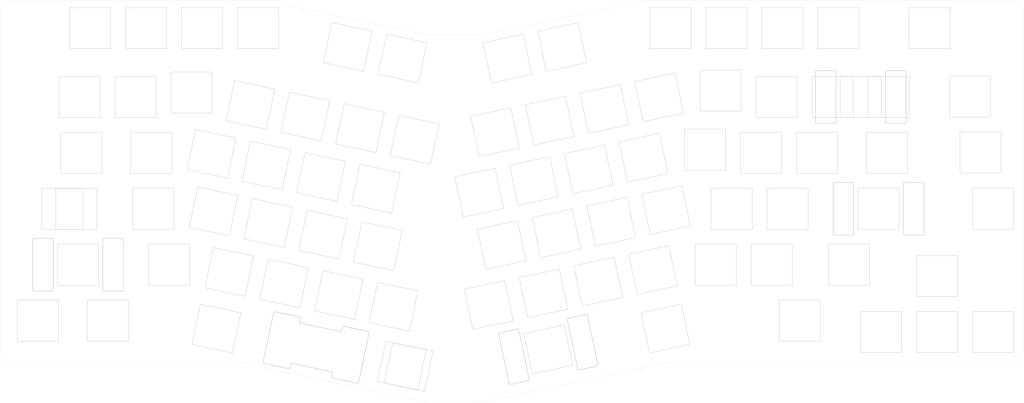
<source format=kicad_pcb>
(kicad_pcb (version 20171130) (host pcbnew "(5.1.6)-1")

  (general
    (thickness 1.6)
    (drawings 117)
    (tracks 0)
    (zones 0)
    (modules 85)
    (nets 1)
  )

  (page A3)
  (layers
    (0 F.Cu signal)
    (31 B.Cu signal)
    (32 B.Adhes user)
    (33 F.Adhes user)
    (34 B.Paste user)
    (35 F.Paste user)
    (36 B.SilkS user)
    (37 F.SilkS user)
    (38 B.Mask user)
    (39 F.Mask user)
    (40 Dwgs.User user)
    (41 Cmts.User user)
    (42 Eco1.User user)
    (43 Eco2.User user)
    (44 Edge.Cuts user)
    (45 Margin user)
    (46 B.CrtYd user)
    (47 F.CrtYd user)
    (48 B.Fab user)
    (49 F.Fab user)
  )

  (setup
    (last_trace_width 0.254)
    (trace_clearance 0.2)
    (zone_clearance 0.508)
    (zone_45_only no)
    (trace_min 0.2)
    (via_size 0.8)
    (via_drill 0.4)
    (via_min_size 0.4)
    (via_min_drill 0.3)
    (uvia_size 0.3)
    (uvia_drill 0.1)
    (uvias_allowed no)
    (uvia_min_size 0.2)
    (uvia_min_drill 0.1)
    (edge_width 0.05)
    (segment_width 0.2)
    (pcb_text_width 0.3)
    (pcb_text_size 1.5 1.5)
    (mod_edge_width 0.12)
    (mod_text_size 1 1)
    (mod_text_width 0.15)
    (pad_size 1.524 1.524)
    (pad_drill 0.762)
    (pad_to_mask_clearance 0.05)
    (aux_axis_origin 0 0)
    (visible_elements 7FFFE7FF)
    (pcbplotparams
      (layerselection 0x010fc_ffffffff)
      (usegerberextensions false)
      (usegerberattributes true)
      (usegerberadvancedattributes true)
      (creategerberjobfile true)
      (excludeedgelayer true)
      (linewidth 0.100000)
      (plotframeref false)
      (viasonmask false)
      (mode 1)
      (useauxorigin false)
      (hpglpennumber 1)
      (hpglpenspeed 20)
      (hpglpendiameter 15.000000)
      (psnegative false)
      (psa4output false)
      (plotreference true)
      (plotvalue true)
      (plotinvisibletext false)
      (padsonsilk false)
      (subtractmaskfromsilk false)
      (outputformat 1)
      (mirror false)
      (drillshape 1)
      (scaleselection 1)
      (outputdirectory ""))
  )

  (net 0 "")

  (net_class Default "This is the default net class."
    (clearance 0.2)
    (trace_width 0.254)
    (via_dia 0.8)
    (via_drill 0.4)
    (uvia_dia 0.3)
    (uvia_drill 0.1)
  )

  (net_class +5v ""
    (clearance 0.2)
    (trace_width 0.381)
    (via_dia 0.8)
    (via_drill 0.4)
    (uvia_dia 0.3)
    (uvia_drill 0.1)
  )

  (net_class GND ""
    (clearance 0.2)
    (trace_width 0.381)
    (via_dia 0.8)
    (via_drill 0.4)
    (uvia_dia 0.3)
    (uvia_drill 0.1)
  )

  (net_class VCC ""
    (clearance 0.2)
    (trace_width 0.381)
    (via_dia 0.8)
    (via_drill 0.4)
    (uvia_dia 0.3)
    (uvia_drill 0.1)
  )

  (module MX_Only:MXOnly-2U-NoLED (layer F.Cu) (tedit 5BD3C72F) (tstamp 5EFE1314)
    (at 326.996987 100.409143)
    (path /5EFA937B/5F0707DC)
    (fp_text reference SW_BKSP1 (at 0 3.175) (layer Dwgs.User)
      (effects (font (size 1 1) (thickness 0.15)))
    )
    (fp_text value SW_Push (at 0 -7.9375) (layer Dwgs.User)
      (effects (font (size 1 1) (thickness 0.15)))
    )
    (fp_line (start -19.05 9.525) (end -19.05 -9.525) (layer Dwgs.User) (width 0.15))
    (fp_line (start -19.05 9.525) (end 19.05 9.525) (layer Dwgs.User) (width 0.15))
    (fp_line (start 19.05 -9.525) (end 19.05 9.525) (layer Dwgs.User) (width 0.15))
    (fp_line (start -19.05 -9.525) (end 19.05 -9.525) (layer Dwgs.User) (width 0.15))
    (fp_line (start 7 -7) (end -7 -7) (layer Edge.Cuts) (width 0.15))
    (fp_line (start 7 7) (end 7 -7) (layer Edge.Cuts) (width 0.15))
    (fp_line (start -7 7) (end 7 7) (layer Edge.Cuts) (width 0.15))
    (fp_line (start -7 -7) (end -7 7) (layer Edge.Cuts) (width 0.15))
  )

  (module MX_Only:MXOnly-2.25U-NoLED (layer F.Cu) (tedit 5BD3C6E1) (tstamp 5EFE15D1)
    (at 60.651988 157.559143)
    (path /5EFA937B/5F070516)
    (fp_text reference SW_LSHFT1 (at 0 3.175) (layer Dwgs.User)
      (effects (font (size 1 1) (thickness 0.15)))
    )
    (fp_text value SW_Push (at 0 -7.9375) (layer Dwgs.User)
      (effects (font (size 1 1) (thickness 0.15)))
    )
    (fp_line (start -21.43125 9.525) (end -21.43125 -9.525) (layer Dwgs.User) (width 0.15))
    (fp_line (start -21.43125 9.525) (end 21.43125 9.525) (layer Dwgs.User) (width 0.15))
    (fp_line (start 21.43125 -9.525) (end 21.43125 9.525) (layer Dwgs.User) (width 0.15))
    (fp_line (start -21.43125 -9.525) (end 21.43125 -9.525) (layer Dwgs.User) (width 0.15))
    (fp_line (start 7 -7) (end -7 -7) (layer Edge.Cuts) (width 0.15))
    (fp_line (start 7 7) (end 7 -7) (layer Edge.Cuts) (width 0.15))
    (fp_line (start -7 7) (end 7 7) (layer Edge.Cuts) (width 0.15))
    (fp_line (start -7 -7) (end -7 7) (layer Edge.Cuts) (width 0.15))
  )

  (module MX_Only:MXOnly-1.25U-NoLED (layer F.Cu) (tedit 5BD3C68C) (tstamp 5EFD7901)
    (at 306.287168 176.607824)
    (path /5EFA937B/5F070A64)
    (fp_text reference SW_RCTRL1 (at 0 3.175) (layer Dwgs.User)
      (effects (font (size 1 1) (thickness 0.15)))
    )
    (fp_text value SW_Push (at 0 -7.9375) (layer Dwgs.User)
      (effects (font (size 1 1) (thickness 0.15)))
    )
    (fp_line (start -11.90625 9.525) (end -11.90625 -9.525) (layer Dwgs.User) (width 0.15))
    (fp_line (start -11.90625 9.525) (end 11.90625 9.525) (layer Dwgs.User) (width 0.15))
    (fp_line (start 11.90625 -9.525) (end 11.90625 9.525) (layer Dwgs.User) (width 0.15))
    (fp_line (start -11.90625 -9.525) (end 11.90625 -9.525) (layer Dwgs.User) (width 0.15))
    (fp_line (start -7 -7) (end -7 7) (layer Edge.Cuts) (width 0.15))
    (fp_line (start -7 7) (end 7 7) (layer Edge.Cuts) (width 0.15))
    (fp_line (start 7 7) (end 7 -7) (layer Edge.Cuts) (width 0.15))
    (fp_line (start 7 -7) (end -7 -7) (layer Edge.Cuts) (width 0.15))
  )

  (module MX_Only:MXOnly-1.5U-NoLED (layer F.Cu) (tedit 5BD3C5FF) (tstamp 5EFFF312)
    (at 107.725207 179.371343 348)
    (path /5EFA937B/5F070574)
    (fp_text reference SW_LALT1 (at 0 3.175 168) (layer Dwgs.User)
      (effects (font (size 1 1) (thickness 0.15)))
    )
    (fp_text value SW_Push (at 0 -7.9375 168) (layer Dwgs.User)
      (effects (font (size 1 1) (thickness 0.15)))
    )
    (fp_line (start -14.2875 9.525) (end -14.2875 -9.525) (layer Dwgs.User) (width 0.15))
    (fp_line (start -14.2875 9.525) (end 14.2875 9.525) (layer Dwgs.User) (width 0.15))
    (fp_line (start 14.2875 -9.525) (end 14.2875 9.525) (layer Dwgs.User) (width 0.15))
    (fp_line (start -14.2875 -9.525) (end 14.2875 -9.525) (layer Dwgs.User) (width 0.15))
    (fp_line (start -7 -7) (end -7 7) (layer Edge.Cuts) (width 0.15))
    (fp_line (start -7 7) (end 7 7) (layer Edge.Cuts) (width 0.15))
    (fp_line (start 7 7) (end 7 -7) (layer Edge.Cuts) (width 0.15))
    (fp_line (start 7 -7) (end -7 -7) (layer Edge.Cuts) (width 0.15))
  )

  (module MX_Only:MXOnly-1.25U-NoLED (layer F.Cu) (tedit 5BD3C68C) (tstamp 5EFFE907)
    (at 170.821931 191.963539 348)
    (path /5EFA937B/5F077E3E)
    (fp_text reference SW_FN2 (at 0 3.175 168) (layer Dwgs.User)
      (effects (font (size 1 1) (thickness 0.15)))
    )
    (fp_text value SW_Push (at 0 -7.9375 168) (layer Dwgs.User)
      (effects (font (size 1 1) (thickness 0.15)))
    )
    (fp_line (start -11.90625 9.525) (end -11.90625 -9.525) (layer Dwgs.User) (width 0.15))
    (fp_line (start -11.90625 9.525) (end 11.90625 9.525) (layer Dwgs.User) (width 0.15))
    (fp_line (start 11.90625 -9.525) (end 11.90625 9.525) (layer Dwgs.User) (width 0.15))
    (fp_line (start -11.90625 -9.525) (end 11.90625 -9.525) (layer Dwgs.User) (width 0.15))
    (fp_line (start -7 -7) (end -7 7) (layer Edge.Cuts) (width 0.15))
    (fp_line (start -7 7) (end 7 7) (layer Edge.Cuts) (width 0.15))
    (fp_line (start 7 7) (end 7 -7) (layer Edge.Cuts) (width 0.15))
    (fp_line (start 7 -7) (end -7 -7) (layer Edge.Cuts) (width 0.15))
  )

  (module MX_Only:MXOnly-1.25U-NoLED (layer F.Cu) (tedit 5BD3C68C) (tstamp 5EFFE5CA)
    (at 55.291989 138.509143)
    (path /5EFA937B/5F00AE26)
    (fp_text reference SW_CPLKSTPD1 (at 0 3.175) (layer Dwgs.User)
      (effects (font (size 1 1) (thickness 0.15)))
    )
    (fp_text value SW_Push (at 0 -7.9375) (layer Dwgs.User)
      (effects (font (size 1 1) (thickness 0.15)))
    )
    (fp_line (start -11.90625 9.525) (end -11.90625 -9.525) (layer Dwgs.User) (width 0.15))
    (fp_line (start -11.90625 9.525) (end 11.90625 9.525) (layer Dwgs.User) (width 0.15))
    (fp_line (start 11.90625 -9.525) (end 11.90625 9.525) (layer Dwgs.User) (width 0.15))
    (fp_line (start -11.90625 -9.525) (end 11.90625 -9.525) (layer Dwgs.User) (width 0.15))
    (fp_line (start -7 -7) (end -7 7) (layer Edge.Cuts) (width 0.15))
    (fp_line (start -7 7) (end 7 7) (layer Edge.Cuts) (width 0.15))
    (fp_line (start 7 7) (end 7 -7) (layer Edge.Cuts) (width 0.15))
    (fp_line (start 7 -7) (end -7 -7) (layer Edge.Cuts) (width 0.15))
  )

  (module MX_Only:MXOnly-1U-NoLED (layer F.Cu) (tedit 5BD3C6C7) (tstamp 5EFFE53D)
    (at 336.521989 100.409144)
    (path /5EFA937B/5F050AE7)
    (fp_text reference SW_BKSP12 (at 0 3.175) (layer Dwgs.User)
      (effects (font (size 1 1) (thickness 0.15)))
    )
    (fp_text value SW_Push (at 0 -7.9375) (layer Dwgs.User)
      (effects (font (size 1 1) (thickness 0.15)))
    )
    (fp_line (start -9.525 9.525) (end -9.525 -9.525) (layer Dwgs.User) (width 0.15))
    (fp_line (start 9.525 9.525) (end -9.525 9.525) (layer Dwgs.User) (width 0.15))
    (fp_line (start 9.525 -9.525) (end 9.525 9.525) (layer Dwgs.User) (width 0.15))
    (fp_line (start -9.525 -9.525) (end 9.525 -9.525) (layer Dwgs.User) (width 0.15))
    (fp_line (start -7 -7) (end -7 7) (layer Edge.Cuts) (width 0.15))
    (fp_line (start -7 7) (end 7 7) (layer Edge.Cuts) (width 0.15))
    (fp_line (start 7 7) (end 7 -7) (layer Edge.Cuts) (width 0.15))
    (fp_line (start 7 -7) (end -7 -7) (layer Edge.Cuts) (width 0.15))
  )

  (module MX_Only:MXOnly-1U-NoLED (layer F.Cu) (tedit 5BD3C6C7) (tstamp 5EFFE528)
    (at 317.471988 100.409139)
    (path /5EFA937B/5F03F15B)
    (fp_text reference SW_BKSP11 (at 0 3.175) (layer Dwgs.User)
      (effects (font (size 1 1) (thickness 0.15)))
    )
    (fp_text value SW_Push (at 0 -7.9375) (layer Dwgs.User)
      (effects (font (size 1 1) (thickness 0.15)))
    )
    (fp_line (start -9.525 9.525) (end -9.525 -9.525) (layer Dwgs.User) (width 0.15))
    (fp_line (start 9.525 9.525) (end -9.525 9.525) (layer Dwgs.User) (width 0.15))
    (fp_line (start 9.525 -9.525) (end 9.525 9.525) (layer Dwgs.User) (width 0.15))
    (fp_line (start -9.525 -9.525) (end 9.525 -9.525) (layer Dwgs.User) (width 0.15))
    (fp_line (start -7 -7) (end -7 7) (layer Edge.Cuts) (width 0.15))
    (fp_line (start -7 7) (end 7 7) (layer Edge.Cuts) (width 0.15))
    (fp_line (start 7 7) (end 7 -7) (layer Edge.Cuts) (width 0.15))
    (fp_line (start 7 -7) (end -7 -7) (layer Edge.Cuts) (width 0.15))
  )

  (module MX_Only:MXOnly-1U-NoLED (layer F.Cu) (tedit 5BD3C6C7) (tstamp 5EFE1692)
    (at 274.011388 118.378322)
    (path /5EFA937B/5F070741)
    (fp_text reference SW_P1 (at 0 3.175) (layer Dwgs.User)
      (effects (font (size 1 1) (thickness 0.15)))
    )
    (fp_text value SW_Push (at 0 -7.9375) (layer Dwgs.User)
      (effects (font (size 1 1) (thickness 0.15)))
    )
    (fp_line (start -9.525 9.525) (end -9.525 -9.525) (layer Dwgs.User) (width 0.15))
    (fp_line (start 9.525 9.525) (end -9.525 9.525) (layer Dwgs.User) (width 0.15))
    (fp_line (start 9.525 -9.525) (end 9.525 9.525) (layer Dwgs.User) (width 0.15))
    (fp_line (start -9.525 -9.525) (end 9.525 -9.525) (layer Dwgs.User) (width 0.15))
    (fp_line (start -7 -7) (end -7 7) (layer Edge.Cuts) (width 0.15))
    (fp_line (start -7 7) (end 7 7) (layer Edge.Cuts) (width 0.15))
    (fp_line (start 7 7) (end 7 -7) (layer Edge.Cuts) (width 0.15))
    (fp_line (start 7 -7) (end -7 -7) (layer Edge.Cuts) (width 0.15))
  )

  (module MX_Only:MXOnly-1U-NoLED (layer F.Cu) (tedit 5BD3C6C7) (tstamp 5EFE127D)
    (at 258.405532 100.515843 12)
    (path /5EFA937B/5F070735)
    (fp_text reference SW_10 (at 0 3.175 12) (layer Dwgs.User)
      (effects (font (size 1 1) (thickness 0.15)))
    )
    (fp_text value SW_Push (at 0 -7.9375 12) (layer Dwgs.User)
      (effects (font (size 1 1) (thickness 0.15)))
    )
    (fp_line (start -9.525 9.525) (end -9.525 -9.525) (layer Dwgs.User) (width 0.15))
    (fp_line (start 9.525 9.525) (end -9.525 9.525) (layer Dwgs.User) (width 0.15))
    (fp_line (start 9.525 -9.525) (end 9.525 9.525) (layer Dwgs.User) (width 0.15))
    (fp_line (start -9.525 -9.525) (end 9.525 -9.525) (layer Dwgs.User) (width 0.15))
    (fp_line (start -7 -7) (end -7 7) (layer Edge.Cuts) (width 0.15))
    (fp_line (start -7 7) (end 7 7) (layer Edge.Cuts) (width 0.15))
    (fp_line (start 7 7) (end 7 -7) (layer Edge.Cuts) (width 0.15))
    (fp_line (start 7 -7) (end -7 -7) (layer Edge.Cuts) (width 0.15))
  )

  (module MX_Only:MXOnly-2.25U-NoLED (layer F.Cu) (tedit 5BD3C6E1) (tstamp 5EFE13C0)
    (at 333.051989 138.509141)
    (path /5EFA937B/5F0707BE)
    (fp_text reference SW_ENT1 (at 0 3.175) (layer Dwgs.User)
      (effects (font (size 1 1) (thickness 0.15)))
    )
    (fp_text value SW_Push (at 0 -7.9375) (layer Dwgs.User)
      (effects (font (size 1 1) (thickness 0.15)))
    )
    (fp_line (start -21.43125 9.525) (end -21.43125 -9.525) (layer Dwgs.User) (width 0.15))
    (fp_line (start -21.43125 9.525) (end 21.43125 9.525) (layer Dwgs.User) (width 0.15))
    (fp_line (start 21.43125 -9.525) (end 21.43125 9.525) (layer Dwgs.User) (width 0.15))
    (fp_line (start -21.43125 -9.525) (end 21.43125 -9.525) (layer Dwgs.User) (width 0.15))
    (fp_line (start -7 -7) (end -7 7) (layer Edge.Cuts) (width 0.15))
    (fp_line (start -7 7) (end 7 7) (layer Edge.Cuts) (width 0.15))
    (fp_line (start 7 7) (end 7 -7) (layer Edge.Cuts) (width 0.15))
    (fp_line (start 7 -7) (end -7 -7) (layer Edge.Cuts) (width 0.15))
  )

  (module MX_Only:MXOnly-1.5U-NoLED (layer F.Cu) (tedit 5BD3C5FF) (tstamp 5EFE1879)
    (at 335.93199 119.459144)
    (path /5EFA937B/5F0707E8)
    (fp_text reference SW_|1 (at 0 3.175) (layer Dwgs.User)
      (effects (font (size 1 1) (thickness 0.15)))
    )
    (fp_text value SW_Push (at 0 -7.9375) (layer Dwgs.User)
      (effects (font (size 1 1) (thickness 0.15)))
    )
    (fp_line (start -14.2875 9.525) (end -14.2875 -9.525) (layer Dwgs.User) (width 0.15))
    (fp_line (start -14.2875 9.525) (end 14.2875 9.525) (layer Dwgs.User) (width 0.15))
    (fp_line (start 14.2875 -9.525) (end 14.2875 9.525) (layer Dwgs.User) (width 0.15))
    (fp_line (start -14.2875 -9.525) (end 14.2875 -9.525) (layer Dwgs.User) (width 0.15))
    (fp_line (start -7 -7) (end -7 7) (layer Edge.Cuts) (width 0.15))
    (fp_line (start -7 7) (end 7 7) (layer Edge.Cuts) (width 0.15))
    (fp_line (start 7 7) (end 7 -7) (layer Edge.Cuts) (width 0.15))
    (fp_line (start 7 -7) (end -7 -7) (layer Edge.Cuts) (width 0.15))
  )

  (module MX_Only:MXOnly-1U-NoLED (layer F.Cu) (tedit 5BD3C6C7) (tstamp 5EFE1864)
    (at 91.601989 157.559142)
    (path /5EFA937B/5F07052F)
    (fp_text reference SW_Z1 (at 0 3.175) (layer Dwgs.User)
      (effects (font (size 1 1) (thickness 0.15)))
    )
    (fp_text value SW_Push (at 0 -7.9375) (layer Dwgs.User)
      (effects (font (size 1 1) (thickness 0.15)))
    )
    (fp_line (start -9.525 9.525) (end -9.525 -9.525) (layer Dwgs.User) (width 0.15))
    (fp_line (start 9.525 9.525) (end -9.525 9.525) (layer Dwgs.User) (width 0.15))
    (fp_line (start 9.525 -9.525) (end 9.525 9.525) (layer Dwgs.User) (width 0.15))
    (fp_line (start -9.525 -9.525) (end 9.525 -9.525) (layer Dwgs.User) (width 0.15))
    (fp_line (start -7 -7) (end -7 7) (layer Edge.Cuts) (width 0.15))
    (fp_line (start -7 7) (end 7 7) (layer Edge.Cuts) (width 0.15))
    (fp_line (start 7 7) (end 7 -7) (layer Edge.Cuts) (width 0.15))
    (fp_line (start 7 -7) (end -7 -7) (layer Edge.Cuts) (width 0.15))
  )

  (module MX_Only:MXOnly-1U-NoLED (layer F.Cu) (tedit 5BD3C6C7) (tstamp 5EFE184F)
    (at 197.144392 133.007996 12)
    (path /5EFA937B/5F070649)
    (fp_text reference SW_Y1 (at 0 3.175 12) (layer Dwgs.User)
      (effects (font (size 1 1) (thickness 0.15)))
    )
    (fp_text value SW_Push (at 0 -7.9375 12) (layer Dwgs.User)
      (effects (font (size 1 1) (thickness 0.15)))
    )
    (fp_line (start -9.525 9.525) (end -9.525 -9.525) (layer Dwgs.User) (width 0.15))
    (fp_line (start 9.525 9.525) (end -9.525 9.525) (layer Dwgs.User) (width 0.15))
    (fp_line (start 9.525 -9.525) (end 9.525 9.525) (layer Dwgs.User) (width 0.15))
    (fp_line (start -9.525 -9.525) (end 9.525 -9.525) (layer Dwgs.User) (width 0.15))
    (fp_line (start -7 -7) (end -7 7) (layer Edge.Cuts) (width 0.15))
    (fp_line (start -7 7) (end 7 7) (layer Edge.Cuts) (width 0.15))
    (fp_line (start 7 7) (end 7 -7) (layer Edge.Cuts) (width 0.15))
    (fp_line (start 7 -7) (end -7 -7) (layer Edge.Cuts) (width 0.15))
  )

  (module MX_Only:MXOnly-1U-NoLED (layer F.Cu) (tedit 5BD3C6C7) (tstamp 5EFE183A)
    (at 112.096908 160.005604 348)
    (path /5EFA937B/5F07056D)
    (fp_text reference SW_X1 (at 0 3.175 168) (layer Dwgs.User)
      (effects (font (size 1 1) (thickness 0.15)))
    )
    (fp_text value SW_Push (at 0 -7.9375 168) (layer Dwgs.User)
      (effects (font (size 1 1) (thickness 0.15)))
    )
    (fp_line (start -9.525 9.525) (end -9.525 -9.525) (layer Dwgs.User) (width 0.15))
    (fp_line (start 9.525 9.525) (end -9.525 9.525) (layer Dwgs.User) (width 0.15))
    (fp_line (start 9.525 -9.525) (end 9.525 9.525) (layer Dwgs.User) (width 0.15))
    (fp_line (start -9.525 -9.525) (end 9.525 -9.525) (layer Dwgs.User) (width 0.15))
    (fp_line (start -7 -7) (end -7 7) (layer Edge.Cuts) (width 0.15))
    (fp_line (start -7 7) (end 7 7) (layer Edge.Cuts) (width 0.15))
    (fp_line (start 7 7) (end 7 -7) (layer Edge.Cuts) (width 0.15))
    (fp_line (start 7 -7) (end -7 -7) (layer Edge.Cuts) (width 0.15))
  )

  (module MX_Only:MXOnly-1.25U-NoLED (layer F.Cu) (tedit 5BD3C68C) (tstamp 5EFE1825)
    (at 70.796151 176.610364)
    (path /5EFA937B/5F070945)
    (fp_text reference SW_WIN1 (at 0 3.175) (layer Dwgs.User)
      (effects (font (size 1 1) (thickness 0.15)))
    )
    (fp_text value SW_Push (at 0 -7.9375) (layer Dwgs.User)
      (effects (font (size 1 1) (thickness 0.15)))
    )
    (fp_line (start -11.90625 9.525) (end -11.90625 -9.525) (layer Dwgs.User) (width 0.15))
    (fp_line (start -11.90625 9.525) (end 11.90625 9.525) (layer Dwgs.User) (width 0.15))
    (fp_line (start 11.90625 -9.525) (end 11.90625 9.525) (layer Dwgs.User) (width 0.15))
    (fp_line (start -11.90625 -9.525) (end 11.90625 -9.525) (layer Dwgs.User) (width 0.15))
    (fp_line (start -7 -7) (end -7 7) (layer Edge.Cuts) (width 0.15))
    (fp_line (start -7 7) (end 7 7) (layer Edge.Cuts) (width 0.15))
    (fp_line (start 7 7) (end 7 -7) (layer Edge.Cuts) (width 0.15))
    (fp_line (start 7 -7) (end -7 -7) (layer Edge.Cuts) (width 0.15))
  )

  (module MX_Only:MXOnly-1U-NoLED (layer F.Cu) (tedit 5BD3C6C7) (tstamp 5EFE1810)
    (at 106.046908 119.765606 348)
    (path /5EFA937B/5F07055A)
    (fp_text reference SW_W1 (at 0 3.175 168) (layer Dwgs.User)
      (effects (font (size 1 1) (thickness 0.15)))
    )
    (fp_text value SW_Push (at 0 -7.9375 168) (layer Dwgs.User)
      (effects (font (size 1 1) (thickness 0.15)))
    )
    (fp_line (start -9.525 9.525) (end -9.525 -9.525) (layer Dwgs.User) (width 0.15))
    (fp_line (start 9.525 9.525) (end -9.525 9.525) (layer Dwgs.User) (width 0.15))
    (fp_line (start 9.525 -9.525) (end 9.525 9.525) (layer Dwgs.User) (width 0.15))
    (fp_line (start -9.525 -9.525) (end 9.525 -9.525) (layer Dwgs.User) (width 0.15))
    (fp_line (start -7 -7) (end -7 7) (layer Edge.Cuts) (width 0.15))
    (fp_line (start -7 7) (end 7 7) (layer Edge.Cuts) (width 0.15))
    (fp_line (start 7 7) (end 7 -7) (layer Edge.Cuts) (width 0.15))
    (fp_line (start 7 -7) (end -7 -7) (layer Edge.Cuts) (width 0.15))
  )

  (module MX_Only:MXOnly-1U-NoLED (layer F.Cu) (tedit 5BD3C6C7) (tstamp 5EFE17FB)
    (at 149.364332 167.927039 348)
    (path /5EFA937B/5F0705E0)
    (fp_text reference SW_V1 (at 0 3.175 168) (layer Dwgs.User)
      (effects (font (size 1 1) (thickness 0.15)))
    )
    (fp_text value SW_Push (at 0 -7.9375 168) (layer Dwgs.User)
      (effects (font (size 1 1) (thickness 0.15)))
    )
    (fp_line (start -9.525 9.525) (end -9.525 -9.525) (layer Dwgs.User) (width 0.15))
    (fp_line (start 9.525 9.525) (end -9.525 9.525) (layer Dwgs.User) (width 0.15))
    (fp_line (start 9.525 -9.525) (end 9.525 9.525) (layer Dwgs.User) (width 0.15))
    (fp_line (start -9.525 -9.525) (end 9.525 -9.525) (layer Dwgs.User) (width 0.15))
    (fp_line (start -7 -7) (end -7 7) (layer Edge.Cuts) (width 0.15))
    (fp_line (start -7 7) (end 7 7) (layer Edge.Cuts) (width 0.15))
    (fp_line (start 7 7) (end 7 -7) (layer Edge.Cuts) (width 0.15))
    (fp_line (start 7 -7) (end -7 -7) (layer Edge.Cuts) (width 0.15))
  )

  (module MX_Only:MXOnly-1U-NoLED (layer F.Cu) (tedit 5BD3C6C7) (tstamp 5EFE17E6)
    (at 353.007928 161.444022)
    (path /5EFA937B/5F0707F5)
    (fp_text reference SW_UP1 (at 0 3.175) (layer Dwgs.User)
      (effects (font (size 1 1) (thickness 0.15)))
    )
    (fp_text value SW_Push (at 0 -7.9375) (layer Dwgs.User)
      (effects (font (size 1 1) (thickness 0.15)))
    )
    (fp_line (start -9.525 9.525) (end -9.525 -9.525) (layer Dwgs.User) (width 0.15))
    (fp_line (start 9.525 9.525) (end -9.525 9.525) (layer Dwgs.User) (width 0.15))
    (fp_line (start 9.525 -9.525) (end 9.525 9.525) (layer Dwgs.User) (width 0.15))
    (fp_line (start -9.525 -9.525) (end 9.525 -9.525) (layer Dwgs.User) (width 0.15))
    (fp_line (start -7 -7) (end -7 7) (layer Edge.Cuts) (width 0.15))
    (fp_line (start -7 7) (end 7 7) (layer Edge.Cuts) (width 0.15))
    (fp_line (start 7 7) (end 7 -7) (layer Edge.Cuts) (width 0.15))
    (fp_line (start 7 -7) (end -7 -7) (layer Edge.Cuts) (width 0.15))
  )

  (module MX_Only:MXOnly-1U-NoLED (layer F.Cu) (tedit 5BD3C6C7) (tstamp 5EFE17D1)
    (at 215.778103 129.047281 12)
    (path /5EFA937B/5F070681)
    (fp_text reference SW_U1 (at 0 3.175 12) (layer Dwgs.User)
      (effects (font (size 1 1) (thickness 0.15)))
    )
    (fp_text value SW_Push (at 0 -7.9375 12) (layer Dwgs.User)
      (effects (font (size 1 1) (thickness 0.15)))
    )
    (fp_line (start -9.525 9.525) (end -9.525 -9.525) (layer Dwgs.User) (width 0.15))
    (fp_line (start 9.525 9.525) (end -9.525 9.525) (layer Dwgs.User) (width 0.15))
    (fp_line (start 9.525 -9.525) (end 9.525 9.525) (layer Dwgs.User) (width 0.15))
    (fp_line (start -9.525 -9.525) (end 9.525 -9.525) (layer Dwgs.User) (width 0.15))
    (fp_line (start -7 -7) (end -7 7) (layer Edge.Cuts) (width 0.15))
    (fp_line (start -7 7) (end 7 7) (layer Edge.Cuts) (width 0.15))
    (fp_line (start 7 7) (end 7 -7) (layer Edge.Cuts) (width 0.15))
    (fp_line (start 7 -7) (end -7 -7) (layer Edge.Cuts) (width 0.15))
  )

  (module MX_Only:MXOnly-1.5U-NoLED (layer F.Cu) (tedit 5BD3C5FF) (tstamp 5EFE17BC)
    (at 61.741989 119.459142)
    (path /5EFA937B/5F0704EC)
    (fp_text reference SW_TAB1 (at 0 3.175) (layer Dwgs.User)
      (effects (font (size 1 1) (thickness 0.15)))
    )
    (fp_text value SW_Push (at 0 -7.9375) (layer Dwgs.User)
      (effects (font (size 1 1) (thickness 0.15)))
    )
    (fp_line (start -14.2875 9.525) (end -14.2875 -9.525) (layer Dwgs.User) (width 0.15))
    (fp_line (start -14.2875 9.525) (end 14.2875 9.525) (layer Dwgs.User) (width 0.15))
    (fp_line (start 14.2875 -9.525) (end 14.2875 9.525) (layer Dwgs.User) (width 0.15))
    (fp_line (start -14.2875 -9.525) (end 14.2875 -9.525) (layer Dwgs.User) (width 0.15))
    (fp_line (start -7 -7) (end -7 7) (layer Edge.Cuts) (width 0.15))
    (fp_line (start -7 7) (end 7 7) (layer Edge.Cuts) (width 0.15))
    (fp_line (start 7 7) (end 7 -7) (layer Edge.Cuts) (width 0.15))
    (fp_line (start 7 -7) (end -7 -7) (layer Edge.Cuts) (width 0.15))
  )

  (module MX_Only:MXOnly-1U-NoLED (layer F.Cu) (tedit 5BD3C6C7) (tstamp 5EFE17A7)
    (at 161.948044 131.647758 348)
    (path /5EFA937B/5F070602)
    (fp_text reference SW_T1 (at 0 3.175 168) (layer Dwgs.User)
      (effects (font (size 1 1) (thickness 0.15)))
    )
    (fp_text value SW_Push (at 0 -7.9375 168) (layer Dwgs.User)
      (effects (font (size 1 1) (thickness 0.15)))
    )
    (fp_line (start -9.525 9.525) (end -9.525 -9.525) (layer Dwgs.User) (width 0.15))
    (fp_line (start 9.525 9.525) (end -9.525 9.525) (layer Dwgs.User) (width 0.15))
    (fp_line (start 9.525 -9.525) (end 9.525 9.525) (layer Dwgs.User) (width 0.15))
    (fp_line (start -9.525 -9.525) (end 9.525 -9.525) (layer Dwgs.User) (width 0.15))
    (fp_line (start -7 -7) (end -7 7) (layer Edge.Cuts) (width 0.15))
    (fp_line (start -7 7) (end 7 7) (layer Edge.Cuts) (width 0.15))
    (fp_line (start 7 7) (end 7 -7) (layer Edge.Cuts) (width 0.15))
    (fp_line (start 7 -7) (end -7 -7) (layer Edge.Cuts) (width 0.15))
  )

  (module MX_Only:MXOnly-1U-NoLED (layer F.Cu) (tedit 5BD3C6C7) (tstamp 5EFE1792)
    (at 296.741986 157.559146)
    (path /5EFA937B/5F070754)
    (fp_text reference SW_SLSH1 (at 0 3.175) (layer Dwgs.User)
      (effects (font (size 1 1) (thickness 0.15)))
    )
    (fp_text value SW_Push (at 0 -7.9375) (layer Dwgs.User)
      (effects (font (size 1 1) (thickness 0.15)))
    )
    (fp_line (start -9.525 9.525) (end -9.525 -9.525) (layer Dwgs.User) (width 0.15))
    (fp_line (start 9.525 9.525) (end -9.525 9.525) (layer Dwgs.User) (width 0.15))
    (fp_line (start 9.525 -9.525) (end 9.525 9.525) (layer Dwgs.User) (width 0.15))
    (fp_line (start -9.525 -9.525) (end 9.525 -9.525) (layer Dwgs.User) (width 0.15))
    (fp_line (start -7 -7) (end -7 7) (layer Edge.Cuts) (width 0.15))
    (fp_line (start -7 7) (end 7 7) (layer Edge.Cuts) (width 0.15))
    (fp_line (start 7 7) (end 7 -7) (layer Edge.Cuts) (width 0.15))
    (fp_line (start 7 -7) (end -7 -7) (layer Edge.Cuts) (width 0.15))
  )

  (module MX_Only:MXOnly-1U-NoLED (layer F.Cu) (tedit 5BD3C6C7) (tstamp 5EFE177D)
    (at 283.051989 138.509146)
    (path /5EFA937B/5F07074E)
    (fp_text reference SW_SCLN1 (at 0 3.175) (layer Dwgs.User)
      (effects (font (size 1 1) (thickness 0.15)))
    )
    (fp_text value SW_Push (at 0 -7.9375) (layer Dwgs.User)
      (effects (font (size 1 1) (thickness 0.15)))
    )
    (fp_line (start -9.525 9.525) (end -9.525 -9.525) (layer Dwgs.User) (width 0.15))
    (fp_line (start 9.525 9.525) (end -9.525 9.525) (layer Dwgs.User) (width 0.15))
    (fp_line (start 9.525 -9.525) (end 9.525 9.525) (layer Dwgs.User) (width 0.15))
    (fp_line (start -9.525 -9.525) (end 9.525 -9.525) (layer Dwgs.User) (width 0.15))
    (fp_line (start -7 -7) (end -7 7) (layer Edge.Cuts) (width 0.15))
    (fp_line (start -7 7) (end 7 7) (layer Edge.Cuts) (width 0.15))
    (fp_line (start 7 7) (end 7 -7) (layer Edge.Cuts) (width 0.15))
    (fp_line (start 7 -7) (end -7 -7) (layer Edge.Cuts) (width 0.15))
  )

  (module MX_Only:MXOnly-1U-NoLED (layer F.Cu) (tedit 5BD3C6C7) (tstamp 5EFE1768)
    (at 106.746909 139.395603 348)
    (path /5EFA937B/5F070567)
    (fp_text reference SW_S1 (at 0 3.175 168) (layer Dwgs.User)
      (effects (font (size 1 1) (thickness 0.15)))
    )
    (fp_text value SW_Push (at 0 -7.9375 168) (layer Dwgs.User)
      (effects (font (size 1 1) (thickness 0.15)))
    )
    (fp_line (start -9.525 9.525) (end -9.525 -9.525) (layer Dwgs.User) (width 0.15))
    (fp_line (start 9.525 9.525) (end -9.525 9.525) (layer Dwgs.User) (width 0.15))
    (fp_line (start 9.525 -9.525) (end 9.525 9.525) (layer Dwgs.User) (width 0.15))
    (fp_line (start -9.525 -9.525) (end 9.525 -9.525) (layer Dwgs.User) (width 0.15))
    (fp_line (start -7 -7) (end -7 7) (layer Edge.Cuts) (width 0.15))
    (fp_line (start -7 7) (end 7 7) (layer Edge.Cuts) (width 0.15))
    (fp_line (start 7 7) (end 7 -7) (layer Edge.Cuts) (width 0.15))
    (fp_line (start 7 -7) (end -7 -7) (layer Edge.Cuts) (width 0.15))
  )

  (module MX_Only:MXOnly-2.75U-ReversedStabilizers-NoLED (layer F.Cu) (tedit 5BD3C7A6) (tstamp 5EFE1753)
    (at 220.668847 186.432544 12)
    (path /5EFA937B/5F07069A)
    (fp_text reference SW_RSPC1 (at 0 3.175 12) (layer Dwgs.User)
      (effects (font (size 1 1) (thickness 0.15)))
    )
    (fp_text value SW_Push (at 0 -7.9375 12) (layer Dwgs.User)
      (effects (font (size 1 1) (thickness 0.15)))
    )
    (fp_line (start -26.19375 9.525) (end -26.19375 -9.525) (layer Dwgs.User) (width 0.15))
    (fp_line (start -26.19375 9.525) (end 26.19375 9.525) (layer Dwgs.User) (width 0.15))
    (fp_line (start 26.19375 -9.525) (end 26.19375 9.525) (layer Dwgs.User) (width 0.15))
    (fp_line (start -26.19375 -9.525) (end 26.19375 -9.525) (layer Dwgs.User) (width 0.15))
    (fp_line (start -7 -7) (end -7 7) (layer Edge.Cuts) (width 0.15))
    (fp_line (start -7 7) (end 7 7) (layer Edge.Cuts) (width 0.15))
    (fp_line (start 7 7) (end 7 -7) (layer Edge.Cuts) (width 0.15))
    (fp_line (start 7 -7) (end -7 -7) (layer Edge.Cuts) (width 0.15))
  )

  (module MX_Only:MXOnly-1.75U-NoLED (layer F.Cu) (tedit 5BD3C6A7) (tstamp 5EFE173A)
    (at 322.936988 157.559144)
    (path /5EFA937B/5F07078C)
    (fp_text reference SW_RSHFT1 (at 0 3.175) (layer Dwgs.User)
      (effects (font (size 1 1) (thickness 0.15)))
    )
    (fp_text value SW_Push (at 0 -7.9375) (layer Dwgs.User)
      (effects (font (size 1 1) (thickness 0.15)))
    )
    (fp_line (start -16.66875 9.525) (end -16.66875 -9.525) (layer Dwgs.User) (width 0.15))
    (fp_line (start -16.66875 9.525) (end 16.66875 9.525) (layer Dwgs.User) (width 0.15))
    (fp_line (start 16.66875 -9.525) (end 16.66875 9.525) (layer Dwgs.User) (width 0.15))
    (fp_line (start -16.66875 -9.525) (end 16.66875 -9.525) (layer Dwgs.User) (width 0.15))
    (fp_line (start -7 -7) (end -7 7) (layer Edge.Cuts) (width 0.15))
    (fp_line (start -7 7) (end 7 7) (layer Edge.Cuts) (width 0.15))
    (fp_line (start 7 7) (end 7 -7) (layer Edge.Cuts) (width 0.15))
    (fp_line (start 7 -7) (end -7 -7) (layer Edge.Cuts) (width 0.15))
  )

  (module MX_Only:MXOnly-1U-NoLED (layer F.Cu) (tedit 5BD3C6C7) (tstamp 5EFE462F)
    (at 372.057925 180.494023)
    (path /5EFA937B/5F07082F)
    (fp_text reference SW_RGHT1 (at 0 3.175) (layer Dwgs.User)
      (effects (font (size 1 1) (thickness 0.15)))
    )
    (fp_text value SW_Push (at 0 -7.9375) (layer Dwgs.User)
      (effects (font (size 1 1) (thickness 0.15)))
    )
    (fp_line (start -7 -7) (end -7 7) (layer Edge.Cuts) (width 0.15))
    (fp_line (start -7 7) (end 7 7) (layer Edge.Cuts) (width 0.15))
    (fp_line (start 7 7) (end 7 -7) (layer Edge.Cuts) (width 0.15))
    (fp_line (start 7 -7) (end -7 -7) (layer Edge.Cuts) (width 0.15))
    (fp_line (start -9.525 -9.525) (end 9.525 -9.525) (layer Dwgs.User) (width 0.15))
    (fp_line (start 9.525 -9.525) (end 9.525 9.525) (layer Dwgs.User) (width 0.15))
    (fp_line (start 9.525 9.525) (end -9.525 9.525) (layer Dwgs.User) (width 0.15))
    (fp_line (start -9.525 9.525) (end -9.525 -9.525) (layer Dwgs.User) (width 0.15))
  )

  (module MX_Only:MXOnly-1.5U-NoLED (layer F.Cu) (tedit 5BD3C5FF) (tstamp 5EFE16FB)
    (at 260.539232 179.297686 12)
    (path /5EFA937B/5F070716)
    (fp_text reference SW_RALT1 (at 0 3.175 12) (layer Dwgs.User)
      (effects (font (size 1 1) (thickness 0.15)))
    )
    (fp_text value SW_Push (at 0 -7.9375 12) (layer Dwgs.User)
      (effects (font (size 1 1) (thickness 0.15)))
    )
    (fp_line (start -14.2875 9.525) (end -14.2875 -9.525) (layer Dwgs.User) (width 0.15))
    (fp_line (start -14.2875 9.525) (end 14.2875 9.525) (layer Dwgs.User) (width 0.15))
    (fp_line (start 14.2875 -9.525) (end 14.2875 9.525) (layer Dwgs.User) (width 0.15))
    (fp_line (start -14.2875 -9.525) (end 14.2875 -9.525) (layer Dwgs.User) (width 0.15))
    (fp_line (start -7 -7) (end -7 7) (layer Edge.Cuts) (width 0.15))
    (fp_line (start -7 7) (end 7 7) (layer Edge.Cuts) (width 0.15))
    (fp_line (start 7 7) (end 7 -7) (layer Edge.Cuts) (width 0.15))
    (fp_line (start 7 -7) (end -7 -7) (layer Edge.Cuts) (width 0.15))
  )

  (module MX_Only:MXOnly-1U-NoLED (layer F.Cu) (tedit 5BD3C6C7) (tstamp 5EFE16E6)
    (at 143.31433 127.687039 348)
    (path /5EFA937B/5F0705D3)
    (fp_text reference SW_R1 (at 0 3.175 168) (layer Dwgs.User)
      (effects (font (size 1 1) (thickness 0.15)))
    )
    (fp_text value SW_Push (at 0 -7.9375 168) (layer Dwgs.User)
      (effects (font (size 1 1) (thickness 0.15)))
    )
    (fp_line (start -9.525 9.525) (end -9.525 -9.525) (layer Dwgs.User) (width 0.15))
    (fp_line (start 9.525 9.525) (end -9.525 9.525) (layer Dwgs.User) (width 0.15))
    (fp_line (start 9.525 -9.525) (end 9.525 9.525) (layer Dwgs.User) (width 0.15))
    (fp_line (start -9.525 -9.525) (end 9.525 -9.525) (layer Dwgs.User) (width 0.15))
    (fp_line (start -7 -7) (end -7 7) (layer Edge.Cuts) (width 0.15))
    (fp_line (start -7 7) (end 7 7) (layer Edge.Cuts) (width 0.15))
    (fp_line (start 7 7) (end 7 -7) (layer Edge.Cuts) (width 0.15))
    (fp_line (start 7 -7) (end -7 -7) (layer Edge.Cuts) (width 0.15))
  )

  (module MX_Only:MXOnly-1U-NoLED (layer F.Cu) (tedit 5BD3C6C7) (tstamp 5EFE16D1)
    (at 85.551987 119.459141)
    (path /5EFA937B/5F070500)
    (fp_text reference SW_Q1 (at 0 3.175) (layer Dwgs.User)
      (effects (font (size 1 1) (thickness 0.15)))
    )
    (fp_text value SW_Push (at 0 -7.9375) (layer Dwgs.User)
      (effects (font (size 1 1) (thickness 0.15)))
    )
    (fp_line (start -9.525 9.525) (end -9.525 -9.525) (layer Dwgs.User) (width 0.15))
    (fp_line (start 9.525 9.525) (end -9.525 9.525) (layer Dwgs.User) (width 0.15))
    (fp_line (start 9.525 -9.525) (end 9.525 9.525) (layer Dwgs.User) (width 0.15))
    (fp_line (start -9.525 -9.525) (end 9.525 -9.525) (layer Dwgs.User) (width 0.15))
    (fp_line (start -7 -7) (end -7 7) (layer Edge.Cuts) (width 0.15))
    (fp_line (start -7 7) (end 7 7) (layer Edge.Cuts) (width 0.15))
    (fp_line (start 7 7) (end 7 -7) (layer Edge.Cuts) (width 0.15))
    (fp_line (start 7 -7) (end -7 -7) (layer Edge.Cuts) (width 0.15))
  )

  (module MX_Only:MXOnly-1U-NoLED (layer F.Cu) (tedit 5BD3C6C7) (tstamp 5EFE16BC)
    (at 277.691986 157.559144)
    (path /5EFA937B/5F070710)
    (fp_text reference SW_PRD1 (at 0 3.175) (layer Dwgs.User)
      (effects (font (size 1 1) (thickness 0.15)))
    )
    (fp_text value SW_Push (at 0 -7.9375) (layer Dwgs.User)
      (effects (font (size 1 1) (thickness 0.15)))
    )
    (fp_line (start -9.525 9.525) (end -9.525 -9.525) (layer Dwgs.User) (width 0.15))
    (fp_line (start 9.525 9.525) (end -9.525 9.525) (layer Dwgs.User) (width 0.15))
    (fp_line (start 9.525 -9.525) (end 9.525 9.525) (layer Dwgs.User) (width 0.15))
    (fp_line (start -9.525 -9.525) (end 9.525 -9.525) (layer Dwgs.User) (width 0.15))
    (fp_line (start -7 -7) (end -7 7) (layer Edge.Cuts) (width 0.15))
    (fp_line (start -7 7) (end 7 7) (layer Edge.Cuts) (width 0.15))
    (fp_line (start 7 7) (end 7 -7) (layer Edge.Cuts) (width 0.15))
    (fp_line (start 7 -7) (end -7 -7) (layer Edge.Cuts) (width 0.15))
  )

  (module MX_Only:MXOnly-1U-NoLED (layer F.Cu) (tedit 5BD3C6C7) (tstamp 5EFE16A7)
    (at 298.42199 100.409144)
    (path /5EFA937B/5F0707A5)
    (fp_text reference SW_PLUS1 (at 0 3.175) (layer Dwgs.User)
      (effects (font (size 1 1) (thickness 0.15)))
    )
    (fp_text value SW_Push (at 0 -7.9375) (layer Dwgs.User)
      (effects (font (size 1 1) (thickness 0.15)))
    )
    (fp_line (start -9.525 9.525) (end -9.525 -9.525) (layer Dwgs.User) (width 0.15))
    (fp_line (start 9.525 9.525) (end -9.525 9.525) (layer Dwgs.User) (width 0.15))
    (fp_line (start 9.525 -9.525) (end 9.525 9.525) (layer Dwgs.User) (width 0.15))
    (fp_line (start -9.525 -9.525) (end 9.525 -9.525) (layer Dwgs.User) (width 0.15))
    (fp_line (start -7 -7) (end -7 7) (layer Edge.Cuts) (width 0.15))
    (fp_line (start -7 7) (end 7 7) (layer Edge.Cuts) (width 0.15))
    (fp_line (start 7 7) (end 7 -7) (layer Edge.Cuts) (width 0.15))
    (fp_line (start 7 -7) (end -7 -7) (layer Edge.Cuts) (width 0.15))
  )

  (module MX_Only:MXOnly-1U-NoLED (layer F.Cu) (tedit 5BD3C6C7) (tstamp 5EFE167D)
    (at 253.045528 121.125846 12)
    (path /5EFA937B/5F0706FD)
    (fp_text reference SW_O1 (at 0 3.175 12) (layer Dwgs.User)
      (effects (font (size 1 1) (thickness 0.15)))
    )
    (fp_text value SW_Push (at 0 -7.9375 12) (layer Dwgs.User)
      (effects (font (size 1 1) (thickness 0.15)))
    )
    (fp_line (start -9.525 9.525) (end -9.525 -9.525) (layer Dwgs.User) (width 0.15))
    (fp_line (start 9.525 9.525) (end -9.525 9.525) (layer Dwgs.User) (width 0.15))
    (fp_line (start 9.525 -9.525) (end 9.525 9.525) (layer Dwgs.User) (width 0.15))
    (fp_line (start -9.525 -9.525) (end 9.525 -9.525) (layer Dwgs.User) (width 0.15))
    (fp_line (start -7 -7) (end -7 7) (layer Edge.Cuts) (width 0.15))
    (fp_line (start -7 7) (end 7 7) (layer Edge.Cuts) (width 0.15))
    (fp_line (start 7 7) (end 7 -7) (layer Edge.Cuts) (width 0.15))
    (fp_line (start 7 -7) (end -7 -7) (layer Edge.Cuts) (width 0.15))
  )

  (module MX_Only:MXOnly-1U-NoLED (layer F.Cu) (tedit 5BD3C6C7) (tstamp 5EFE1668)
    (at 219.038104 167.30728 12)
    (path /5EFA937B/5F07065C)
    (fp_text reference SW_N1 (at 0 3.175 12) (layer Dwgs.User)
      (effects (font (size 1 1) (thickness 0.15)))
    )
    (fp_text value SW_Push (at 0 -7.9375 12) (layer Dwgs.User)
      (effects (font (size 1 1) (thickness 0.15)))
    )
    (fp_line (start -9.525 9.525) (end -9.525 -9.525) (layer Dwgs.User) (width 0.15))
    (fp_line (start 9.525 9.525) (end -9.525 9.525) (layer Dwgs.User) (width 0.15))
    (fp_line (start 9.525 -9.525) (end 9.525 9.525) (layer Dwgs.User) (width 0.15))
    (fp_line (start -9.525 -9.525) (end 9.525 -9.525) (layer Dwgs.User) (width 0.15))
    (fp_line (start -7 -7) (end -7 7) (layer Edge.Cuts) (width 0.15))
    (fp_line (start -7 7) (end 7 7) (layer Edge.Cuts) (width 0.15))
    (fp_line (start 7 7) (end 7 -7) (layer Edge.Cuts) (width 0.15))
    (fp_line (start 7 -7) (end -7 -7) (layer Edge.Cuts) (width 0.15))
  )

  (module MX_Only:MXOnly-1U-NoLED (layer F.Cu) (tedit 5BD3C6C7) (tstamp 5EFE1653)
    (at 372.057927 138.509147)
    (path /5EFA937B/5F070828)
    (fp_text reference SW_M4 (at 0 3.175) (layer Dwgs.User)
      (effects (font (size 1 1) (thickness 0.15)))
    )
    (fp_text value SW_Push (at 0 -7.9375) (layer Dwgs.User)
      (effects (font (size 1 1) (thickness 0.15)))
    )
    (fp_line (start -9.525 9.525) (end -9.525 -9.525) (layer Dwgs.User) (width 0.15))
    (fp_line (start 9.525 9.525) (end -9.525 9.525) (layer Dwgs.User) (width 0.15))
    (fp_line (start 9.525 -9.525) (end 9.525 9.525) (layer Dwgs.User) (width 0.15))
    (fp_line (start -9.525 -9.525) (end 9.525 -9.525) (layer Dwgs.User) (width 0.15))
    (fp_line (start -7 -7) (end -7 7) (layer Edge.Cuts) (width 0.15))
    (fp_line (start -7 7) (end 7 7) (layer Edge.Cuts) (width 0.15))
    (fp_line (start 7 7) (end 7 -7) (layer Edge.Cuts) (width 0.15))
    (fp_line (start 7 -7) (end -7 -7) (layer Edge.Cuts) (width 0.15))
  )

  (module MX_Only:MXOnly-1U-NoLED (layer F.Cu) (tedit 5BD3C6C7) (tstamp 5EFE163E)
    (at 237.666735 163.318619 12)
    (path /5EFA937B/5F070694)
    (fp_text reference SW_M5 (at 0 3.175 12) (layer Dwgs.User)
      (effects (font (size 1 1) (thickness 0.15)))
    )
    (fp_text value SW_Push (at -0.922539 -7.860934 12) (layer Dwgs.User)
      (effects (font (size 1 1) (thickness 0.15)))
    )
    (fp_line (start -9.525 9.525) (end -9.525 -9.525) (layer Dwgs.User) (width 0.15))
    (fp_line (start 9.525 9.525) (end -9.525 9.525) (layer Dwgs.User) (width 0.15))
    (fp_line (start 9.525 -9.525) (end 9.525 9.525) (layer Dwgs.User) (width 0.15))
    (fp_line (start -9.525 -9.525) (end 9.525 -9.525) (layer Dwgs.User) (width 0.15))
    (fp_line (start -7 -7) (end -7 7) (layer Edge.Cuts) (width 0.15))
    (fp_line (start -7 7) (end 7 7) (layer Edge.Cuts) (width 0.15))
    (fp_line (start 7 7) (end 7 -7) (layer Edge.Cuts) (width 0.15))
    (fp_line (start 7 -7) (end -7 -7) (layer Edge.Cuts) (width 0.15))
  )

  (module MX_Only:MXOnly-1U-NoLED (layer F.Cu) (tedit 5BD3C6C7) (tstamp 5EFE1629)
    (at 367.77803 119.348602)
    (path /5EFA937B/5F070822)
    (fp_text reference SW_M3 (at 0 3.175) (layer Dwgs.User)
      (effects (font (size 1 1) (thickness 0.15)))
    )
    (fp_text value SW_Push (at 0 -7.9375) (layer Dwgs.User)
      (effects (font (size 1 1) (thickness 0.15)))
    )
    (fp_line (start -9.525 9.525) (end -9.525 -9.525) (layer Dwgs.User) (width 0.15))
    (fp_line (start 9.525 9.525) (end -9.525 9.525) (layer Dwgs.User) (width 0.15))
    (fp_line (start 9.525 -9.525) (end 9.525 9.525) (layer Dwgs.User) (width 0.15))
    (fp_line (start -9.525 -9.525) (end 9.525 -9.525) (layer Dwgs.User) (width 0.15))
    (fp_line (start -7 -7) (end -7 7) (layer Edge.Cuts) (width 0.15))
    (fp_line (start -7 7) (end 7 7) (layer Edge.Cuts) (width 0.15))
    (fp_line (start 7 7) (end 7 -7) (layer Edge.Cuts) (width 0.15))
    (fp_line (start 7 -7) (end -7 -7) (layer Edge.Cuts) (width 0.15))
  )

  (module MX_Only:MXOnly-1U-NoLED (layer F.Cu) (tedit 5BD3C6C7) (tstamp 5EFE1614)
    (at 364.247425 100.268124)
    (path /5EFA937B/5F070815)
    (fp_text reference SW_M2 (at 0 3.175) (layer Dwgs.User)
      (effects (font (size 1 1) (thickness 0.15)))
    )
    (fp_text value SW_Push (at 0 -7.9375) (layer Dwgs.User)
      (effects (font (size 1 1) (thickness 0.15)))
    )
    (fp_line (start -9.525 9.525) (end -9.525 -9.525) (layer Dwgs.User) (width 0.15))
    (fp_line (start 9.525 9.525) (end -9.525 9.525) (layer Dwgs.User) (width 0.15))
    (fp_line (start 9.525 -9.525) (end 9.525 9.525) (layer Dwgs.User) (width 0.15))
    (fp_line (start -9.525 -9.525) (end 9.525 -9.525) (layer Dwgs.User) (width 0.15))
    (fp_line (start -7 -7) (end -7 7) (layer Edge.Cuts) (width 0.15))
    (fp_line (start -7 7) (end 7 7) (layer Edge.Cuts) (width 0.15))
    (fp_line (start 7 7) (end 7 -7) (layer Edge.Cuts) (width 0.15))
    (fp_line (start 7 -7) (end -7 -7) (layer Edge.Cuts) (width 0.15))
  )

  (module MX_Only:MXOnly-1U-NoLED (layer F.Cu) (tedit 5BD3C6C7) (tstamp 5EFE15FF)
    (at 350.41205 76.958546)
    (path /5EFA937B/5F070A1E)
    (fp_text reference SW_M1 (at 0 3.175) (layer Dwgs.User)
      (effects (font (size 1 1) (thickness 0.15)))
    )
    (fp_text value SW_Push (at 0 -7.9375) (layer Dwgs.User)
      (effects (font (size 1 1) (thickness 0.15)))
    )
    (fp_line (start -9.525 9.525) (end -9.525 -9.525) (layer Dwgs.User) (width 0.15))
    (fp_line (start 9.525 9.525) (end -9.525 9.525) (layer Dwgs.User) (width 0.15))
    (fp_line (start 9.525 -9.525) (end 9.525 9.525) (layer Dwgs.User) (width 0.15))
    (fp_line (start -9.525 -9.525) (end 9.525 -9.525) (layer Dwgs.User) (width 0.15))
    (fp_line (start -7 -7) (end -7 7) (layer Edge.Cuts) (width 0.15))
    (fp_line (start -7 7) (end 7 7) (layer Edge.Cuts) (width 0.15))
    (fp_line (start 7 7) (end 7 -7) (layer Edge.Cuts) (width 0.15))
    (fp_line (start 7 -7) (end -7 -7) (layer Edge.Cuts) (width 0.15))
  )

  (module MX_Only:MXOnly-1U-NoLED (layer F.Cu) (tedit 5BD3C6C7) (tstamp 5EFE15B8)
    (at 333.957928 180.494024)
    (path /5EFA937B/5F0707C4)
    (fp_text reference SW_LEFT1 (at 0 3.175) (layer Dwgs.User)
      (effects (font (size 1 1) (thickness 0.15)))
    )
    (fp_text value SW_Push (at 0 -7.9375) (layer Dwgs.User)
      (effects (font (size 1 1) (thickness 0.15)))
    )
    (fp_line (start -9.525 9.525) (end -9.525 -9.525) (layer Dwgs.User) (width 0.15))
    (fp_line (start 9.525 9.525) (end -9.525 9.525) (layer Dwgs.User) (width 0.15))
    (fp_line (start 9.525 -9.525) (end 9.525 9.525) (layer Dwgs.User) (width 0.15))
    (fp_line (start -9.525 -9.525) (end 9.525 -9.525) (layer Dwgs.User) (width 0.15))
    (fp_line (start -7 -7) (end -7 7) (layer Edge.Cuts) (width 0.15))
    (fp_line (start -7 7) (end 7 7) (layer Edge.Cuts) (width 0.15))
    (fp_line (start 7 7) (end 7 -7) (layer Edge.Cuts) (width 0.15))
    (fp_line (start 7 -7) (end -7 -7) (layer Edge.Cuts) (width 0.15))
  )

  (module MX_Only:MXOnly-1.25U-NoLED (layer F.Cu) (tedit 5BD3C68C) (tstamp 5EFF1739)
    (at 46.983647 176.610363)
    (path /5EFA937B/5F07093F)
    (fp_text reference SW_LCTRL1 (at 0 3.175) (layer Dwgs.User)
      (effects (font (size 1 1) (thickness 0.15)))
    )
    (fp_text value SW_Push (at 0 -7.9375) (layer Dwgs.User)
      (effects (font (size 1 1) (thickness 0.15)))
    )
    (fp_line (start -11.90625 9.525) (end -11.90625 -9.525) (layer Dwgs.User) (width 0.15))
    (fp_line (start -11.90625 9.525) (end 11.90625 9.525) (layer Dwgs.User) (width 0.15))
    (fp_line (start 11.90625 -9.525) (end 11.90625 9.525) (layer Dwgs.User) (width 0.15))
    (fp_line (start -11.90625 -9.525) (end 11.90625 -9.525) (layer Dwgs.User) (width 0.15))
    (fp_line (start -7 -7) (end -7 7) (layer Edge.Cuts) (width 0.15))
    (fp_line (start -7 7) (end 7 7) (layer Edge.Cuts) (width 0.15))
    (fp_line (start 7 7) (end 7 -7) (layer Edge.Cuts) (width 0.15))
    (fp_line (start 7 -7) (end -7 -7) (layer Edge.Cuts) (width 0.15))
  )

  (module MX_Only:MXOnly-1U-NoLED (layer F.Cu) (tedit 5BD3C6C7) (tstamp 5EFE1579)
    (at 260.735886 138.968885 12)
    (path /5EFA937B/5F07070A)
    (fp_text reference SW_L1 (at 0 3.175 12) (layer Dwgs.User)
      (effects (font (size 1 1) (thickness 0.15)))
    )
    (fp_text value SW_Push (at 0 -7.9375 12) (layer Dwgs.User)
      (effects (font (size 1 1) (thickness 0.15)))
    )
    (fp_line (start -9.525 9.525) (end -9.525 -9.525) (layer Dwgs.User) (width 0.15))
    (fp_line (start 9.525 9.525) (end -9.525 9.525) (layer Dwgs.User) (width 0.15))
    (fp_line (start 9.525 -9.525) (end 9.525 9.525) (layer Dwgs.User) (width 0.15))
    (fp_line (start -9.525 -9.525) (end 9.525 -9.525) (layer Dwgs.User) (width 0.15))
    (fp_line (start -7 -7) (end -7 7) (layer Edge.Cuts) (width 0.15))
    (fp_line (start -7 7) (end 7 7) (layer Edge.Cuts) (width 0.15))
    (fp_line (start 7 7) (end 7 -7) (layer Edge.Cuts) (width 0.15))
    (fp_line (start 7 -7) (end -7 -7) (layer Edge.Cuts) (width 0.15))
  )

  (module MX_Only:MXOnly-1U-NoLED (layer F.Cu) (tedit 5BD3C6C7) (tstamp 5EFE1564)
    (at 242.102176 142.929599 12)
    (path /5EFA937B/5F0706D2)
    (fp_text reference SW_K1 (at 0 3.175 12) (layer Dwgs.User)
      (effects (font (size 1 1) (thickness 0.15)))
    )
    (fp_text value SW_Push (at 0 -7.9375 12) (layer Dwgs.User)
      (effects (font (size 1 1) (thickness 0.15)))
    )
    (fp_line (start -9.525 9.525) (end -9.525 -9.525) (layer Dwgs.User) (width 0.15))
    (fp_line (start 9.525 9.525) (end -9.525 9.525) (layer Dwgs.User) (width 0.15))
    (fp_line (start 9.525 -9.525) (end 9.525 9.525) (layer Dwgs.User) (width 0.15))
    (fp_line (start -9.525 -9.525) (end 9.525 -9.525) (layer Dwgs.User) (width 0.15))
    (fp_line (start -7 -7) (end -7 7) (layer Edge.Cuts) (width 0.15))
    (fp_line (start -7 7) (end 7 7) (layer Edge.Cuts) (width 0.15))
    (fp_line (start 7 7) (end 7 -7) (layer Edge.Cuts) (width 0.15))
    (fp_line (start 7 -7) (end -7 -7) (layer Edge.Cuts) (width 0.15))
  )

  (module MX_Only:MXOnly-1U-NoLED (layer F.Cu) (tedit 5BD3C6C7) (tstamp 5EFE154F)
    (at 223.468467 146.890321 12)
    (path /5EFA937B/5F07068E)
    (fp_text reference SW_J1 (at 0 3.175 12) (layer Dwgs.User)
      (effects (font (size 1 1) (thickness 0.15)))
    )
    (fp_text value SW_Push (at 0 -7.9375 12) (layer Dwgs.User)
      (effects (font (size 1 1) (thickness 0.15)))
    )
    (fp_line (start -9.525 9.525) (end -9.525 -9.525) (layer Dwgs.User) (width 0.15))
    (fp_line (start 9.525 9.525) (end -9.525 9.525) (layer Dwgs.User) (width 0.15))
    (fp_line (start 9.525 -9.525) (end 9.525 9.525) (layer Dwgs.User) (width 0.15))
    (fp_line (start -9.525 -9.525) (end 9.525 -9.525) (layer Dwgs.User) (width 0.15))
    (fp_line (start -7 -7) (end -7 7) (layer Edge.Cuts) (width 0.15))
    (fp_line (start -7 7) (end 7 7) (layer Edge.Cuts) (width 0.15))
    (fp_line (start 7 7) (end 7 -7) (layer Edge.Cuts) (width 0.15))
    (fp_line (start 7 -7) (end -7 -7) (layer Edge.Cuts) (width 0.15))
  )

  (module MX_Only:MXOnly-1U-NoLED (layer F.Cu) (tedit 5BD3C6C7) (tstamp 5EFE153A)
    (at 234.411819 125.08656 12)
    (path /5EFA937B/5F0706C5)
    (fp_text reference SW_I1 (at 0 3.175 12) (layer Dwgs.User)
      (effects (font (size 1 1) (thickness 0.15)))
    )
    (fp_text value SW_Push (at 0 -7.9375 12) (layer Dwgs.User)
      (effects (font (size 1 1) (thickness 0.15)))
    )
    (fp_line (start -9.525 9.525) (end -9.525 -9.525) (layer Dwgs.User) (width 0.15))
    (fp_line (start 9.525 9.525) (end -9.525 9.525) (layer Dwgs.User) (width 0.15))
    (fp_line (start 9.525 -9.525) (end 9.525 9.525) (layer Dwgs.User) (width 0.15))
    (fp_line (start -9.525 -9.525) (end 9.525 -9.525) (layer Dwgs.User) (width 0.15))
    (fp_line (start -7 -7) (end -7 7) (layer Edge.Cuts) (width 0.15))
    (fp_line (start -7 7) (end 7 7) (layer Edge.Cuts) (width 0.15))
    (fp_line (start 7 7) (end 7 -7) (layer Edge.Cuts) (width 0.15))
    (fp_line (start 7 -7) (end -7 -7) (layer Edge.Cuts) (width 0.15))
  )

  (module MX_Only:MXOnly-1U-NoLED (layer F.Cu) (tedit 5BD3C6C7) (tstamp 5EFE1525)
    (at 204.834754 150.851036 12)
    (path /5EFA937B/5F070656)
    (fp_text reference SW_H1 (at 0 3.175 12) (layer Dwgs.User)
      (effects (font (size 1 1) (thickness 0.15)))
    )
    (fp_text value SW_Push (at 0 -7.9375 12) (layer Dwgs.User)
      (effects (font (size 1 1) (thickness 0.15)))
    )
    (fp_line (start -9.525 9.525) (end -9.525 -9.525) (layer Dwgs.User) (width 0.15))
    (fp_line (start 9.525 9.525) (end -9.525 9.525) (layer Dwgs.User) (width 0.15))
    (fp_line (start 9.525 -9.525) (end 9.525 9.525) (layer Dwgs.User) (width 0.15))
    (fp_line (start -9.525 -9.525) (end 9.525 -9.525) (layer Dwgs.User) (width 0.15))
    (fp_line (start -7 -7) (end -7 7) (layer Edge.Cuts) (width 0.15))
    (fp_line (start -7 7) (end 7 7) (layer Edge.Cuts) (width 0.15))
    (fp_line (start 7 7) (end 7 -7) (layer Edge.Cuts) (width 0.15))
    (fp_line (start 7 -7) (end -7 -7) (layer Edge.Cuts) (width 0.15))
  )

  (module MX_Only:MXOnly-1U-NoLED (layer F.Cu) (tedit 5BD3C6C7) (tstamp 5EFE1510)
    (at 162.648043 151.277753 348)
    (path /5EFA937B/5F07060F)
    (fp_text reference SW_G1 (at 0 3.175 168) (layer Dwgs.User)
      (effects (font (size 1 1) (thickness 0.15)))
    )
    (fp_text value SW_Push (at 0 -7.9375 168) (layer Dwgs.User)
      (effects (font (size 1 1) (thickness 0.15)))
    )
    (fp_line (start -9.525 9.525) (end -9.525 -9.525) (layer Dwgs.User) (width 0.15))
    (fp_line (start 9.525 9.525) (end -9.525 9.525) (layer Dwgs.User) (width 0.15))
    (fp_line (start 9.525 -9.525) (end 9.525 9.525) (layer Dwgs.User) (width 0.15))
    (fp_line (start -9.525 -9.525) (end 9.525 -9.525) (layer Dwgs.User) (width 0.15))
    (fp_line (start -7 -7) (end -7 7) (layer Edge.Cuts) (width 0.15))
    (fp_line (start -7 7) (end 7 7) (layer Edge.Cuts) (width 0.15))
    (fp_line (start 7 7) (end 7 -7) (layer Edge.Cuts) (width 0.15))
    (fp_line (start 7 -7) (end -7 -7) (layer Edge.Cuts) (width 0.15))
  )

  (module MX_Only:MXOnly-1U-NoLED (layer F.Cu) (tedit 5BD3C6C7) (tstamp 5EFE14FB)
    (at 173.136907 192.455605 348)
    (path /5EFA937B/5F07061C)
    (fp_text reference SW_FN1 (at 0 3.175 168) (layer Dwgs.User)
      (effects (font (size 1 1) (thickness 0.15)))
    )
    (fp_text value SW_Push (at 0 -7.9375 168) (layer Dwgs.User)
      (effects (font (size 1 1) (thickness 0.15)))
    )
    (fp_line (start -9.525 9.525) (end -9.525 -9.525) (layer Dwgs.User) (width 0.15))
    (fp_line (start 9.525 9.525) (end -9.525 9.525) (layer Dwgs.User) (width 0.15))
    (fp_line (start 9.525 -9.525) (end 9.525 9.525) (layer Dwgs.User) (width 0.15))
    (fp_line (start -9.525 -9.525) (end 9.525 -9.525) (layer Dwgs.User) (width 0.15))
    (fp_line (start -7 -7) (end -7 7) (layer Edge.Cuts) (width 0.15))
    (fp_line (start -7 7) (end 7 7) (layer Edge.Cuts) (width 0.15))
    (fp_line (start 7 7) (end 7 -7) (layer Edge.Cuts) (width 0.15))
    (fp_line (start 7 -7) (end -7 -7) (layer Edge.Cuts) (width 0.15))
  )

  (module MX_Only:MXOnly-1U-NoLED (layer F.Cu) (tedit 5BD3C6C7) (tstamp 5EFE14E6)
    (at 144.014329 147.31704 348)
    (path /5EFA937B/5F0705DA)
    (fp_text reference SW_F13 (at 0 3.175 168) (layer Dwgs.User)
      (effects (font (size 1 1) (thickness 0.15)))
    )
    (fp_text value SW_Push (at 0 -7.9375 168) (layer Dwgs.User)
      (effects (font (size 1 1) (thickness 0.15)))
    )
    (fp_line (start -9.525 9.525) (end -9.525 -9.525) (layer Dwgs.User) (width 0.15))
    (fp_line (start 9.525 9.525) (end -9.525 9.525) (layer Dwgs.User) (width 0.15))
    (fp_line (start 9.525 -9.525) (end 9.525 9.525) (layer Dwgs.User) (width 0.15))
    (fp_line (start -9.525 -9.525) (end 9.525 -9.525) (layer Dwgs.User) (width 0.15))
    (fp_line (start -7 -7) (end -7 7) (layer Edge.Cuts) (width 0.15))
    (fp_line (start -7 7) (end 7 7) (layer Edge.Cuts) (width 0.15))
    (fp_line (start 7 7) (end 7 -7) (layer Edge.Cuts) (width 0.15))
    (fp_line (start 7 -7) (end -7 -7) (layer Edge.Cuts) (width 0.15))
  )

  (module MX_Only:MXOnly-1U-NoLED (layer F.Cu) (tedit 5BD3C6C7) (tstamp 5EFE14D1)
    (at 319.398649 76.958545)
    (path /5EFA937B/5F070A10)
    (fp_text reference SW_F12 (at 0 3.175) (layer Dwgs.User)
      (effects (font (size 1 1) (thickness 0.15)))
    )
    (fp_text value SW_Push (at 0 -7.9375) (layer Dwgs.User)
      (effects (font (size 1 1) (thickness 0.15)))
    )
    (fp_line (start -9.525 9.525) (end -9.525 -9.525) (layer Dwgs.User) (width 0.15))
    (fp_line (start 9.525 9.525) (end -9.525 9.525) (layer Dwgs.User) (width 0.15))
    (fp_line (start 9.525 -9.525) (end 9.525 9.525) (layer Dwgs.User) (width 0.15))
    (fp_line (start -9.525 -9.525) (end 9.525 -9.525) (layer Dwgs.User) (width 0.15))
    (fp_line (start -7 -7) (end -7 7) (layer Edge.Cuts) (width 0.15))
    (fp_line (start -7 7) (end 7 7) (layer Edge.Cuts) (width 0.15))
    (fp_line (start 7 7) (end 7 -7) (layer Edge.Cuts) (width 0.15))
    (fp_line (start 7 -7) (end -7 -7) (layer Edge.Cuts) (width 0.15))
  )

  (module MX_Only:MXOnly-1U-NoLED (layer F.Cu) (tedit 5BD3C6C7) (tstamp 5EFE14BC)
    (at 300.348649 76.958542)
    (path /5EFA937B/5F070A00)
    (fp_text reference SW_F11 (at 0 3.175) (layer Dwgs.User)
      (effects (font (size 1 1) (thickness 0.15)))
    )
    (fp_text value SW_Push (at 0 -7.9375) (layer Dwgs.User)
      (effects (font (size 1 1) (thickness 0.15)))
    )
    (fp_line (start -9.525 9.525) (end -9.525 -9.525) (layer Dwgs.User) (width 0.15))
    (fp_line (start 9.525 9.525) (end -9.525 9.525) (layer Dwgs.User) (width 0.15))
    (fp_line (start 9.525 -9.525) (end 9.525 9.525) (layer Dwgs.User) (width 0.15))
    (fp_line (start -9.525 -9.525) (end 9.525 -9.525) (layer Dwgs.User) (width 0.15))
    (fp_line (start -7 -7) (end -7 7) (layer Edge.Cuts) (width 0.15))
    (fp_line (start -7 7) (end 7 7) (layer Edge.Cuts) (width 0.15))
    (fp_line (start 7 7) (end 7 -7) (layer Edge.Cuts) (width 0.15))
    (fp_line (start 7 -7) (end -7 -7) (layer Edge.Cuts) (width 0.15))
  )

  (module MX_Only:MXOnly-1U-NoLED (layer F.Cu) (tedit 5BD3C6C7) (tstamp 5EFE14A7)
    (at 281.298651 76.958545)
    (path /5EFA937B/5F0709F0)
    (fp_text reference SW_F10 (at 0 3.175) (layer Dwgs.User)
      (effects (font (size 1 1) (thickness 0.15)))
    )
    (fp_text value SW_Push (at 0 -7.9375) (layer Dwgs.User)
      (effects (font (size 1 1) (thickness 0.15)))
    )
    (fp_line (start -9.525 9.525) (end -9.525 -9.525) (layer Dwgs.User) (width 0.15))
    (fp_line (start 9.525 9.525) (end -9.525 9.525) (layer Dwgs.User) (width 0.15))
    (fp_line (start 9.525 -9.525) (end 9.525 9.525) (layer Dwgs.User) (width 0.15))
    (fp_line (start -9.525 -9.525) (end 9.525 -9.525) (layer Dwgs.User) (width 0.15))
    (fp_line (start -7 -7) (end -7 7) (layer Edge.Cuts) (width 0.15))
    (fp_line (start -7 7) (end 7 7) (layer Edge.Cuts) (width 0.15))
    (fp_line (start 7 7) (end 7 -7) (layer Edge.Cuts) (width 0.15))
    (fp_line (start 7 -7) (end -7 -7) (layer Edge.Cuts) (width 0.15))
  )

  (module MX_Only:MXOnly-1U-NoLED (layer F.Cu) (tedit 5BD3C6C7) (tstamp 5EFE1492)
    (at 262.24865 76.958543)
    (path /5EFA937B/5F0709E0)
    (fp_text reference SW_F9 (at 0 3.175) (layer Dwgs.User)
      (effects (font (size 1 1) (thickness 0.15)))
    )
    (fp_text value SW_Push (at 0 -7.9375) (layer Dwgs.User)
      (effects (font (size 1 1) (thickness 0.15)))
    )
    (fp_line (start -9.525 9.525) (end -9.525 -9.525) (layer Dwgs.User) (width 0.15))
    (fp_line (start 9.525 9.525) (end -9.525 9.525) (layer Dwgs.User) (width 0.15))
    (fp_line (start 9.525 -9.525) (end 9.525 9.525) (layer Dwgs.User) (width 0.15))
    (fp_line (start -9.525 -9.525) (end 9.525 -9.525) (layer Dwgs.User) (width 0.15))
    (fp_line (start -7 -7) (end -7 7) (layer Edge.Cuts) (width 0.15))
    (fp_line (start -7 7) (end 7 7) (layer Edge.Cuts) (width 0.15))
    (fp_line (start 7 7) (end 7 -7) (layer Edge.Cuts) (width 0.15))
    (fp_line (start 7 -7) (end -7 -7) (layer Edge.Cuts) (width 0.15))
  )

  (module MX_Only:MXOnly-1U-NoLED (layer F.Cu) (tedit 5BD3C6C7) (tstamp 5EFE147D)
    (at 225.388173 83.346646 12)
    (path /5EFA937B/5F0709D8)
    (fp_text reference SW_F8 (at 0 3.175 12) (layer Dwgs.User)
      (effects (font (size 1 1) (thickness 0.15)))
    )
    (fp_text value SW_Push (at 0 -7.9375 12) (layer Dwgs.User)
      (effects (font (size 1 1) (thickness 0.15)))
    )
    (fp_line (start -9.525 9.525) (end -9.525 -9.525) (layer Dwgs.User) (width 0.15))
    (fp_line (start 9.525 9.525) (end -9.525 9.525) (layer Dwgs.User) (width 0.15))
    (fp_line (start 9.525 -9.525) (end 9.525 9.525) (layer Dwgs.User) (width 0.15))
    (fp_line (start -9.525 -9.525) (end 9.525 -9.525) (layer Dwgs.User) (width 0.15))
    (fp_line (start -7 -7) (end -7 7) (layer Edge.Cuts) (width 0.15))
    (fp_line (start -7 7) (end 7 7) (layer Edge.Cuts) (width 0.15))
    (fp_line (start 7 7) (end 7 -7) (layer Edge.Cuts) (width 0.15))
    (fp_line (start 7 -7) (end -7 -7) (layer Edge.Cuts) (width 0.15))
  )

  (module MX_Only:MXOnly-1U-NoLED (layer F.Cu) (tedit 5BD3C6C7) (tstamp 5EFE1468)
    (at 206.754727 87.306503 12)
    (path /5EFA937B/5F0709C9)
    (fp_text reference SW_F7 (at 0 3.175 12) (layer Dwgs.User)
      (effects (font (size 1 1) (thickness 0.15)))
    )
    (fp_text value SW_Push (at 0 -7.9375 12) (layer Dwgs.User)
      (effects (font (size 1 1) (thickness 0.15)))
    )
    (fp_line (start -9.525 9.525) (end -9.525 -9.525) (layer Dwgs.User) (width 0.15))
    (fp_line (start 9.525 9.525) (end -9.525 9.525) (layer Dwgs.User) (width 0.15))
    (fp_line (start 9.525 -9.525) (end 9.525 9.525) (layer Dwgs.User) (width 0.15))
    (fp_line (start -9.525 -9.525) (end 9.525 -9.525) (layer Dwgs.User) (width 0.15))
    (fp_line (start 7 -7) (end -7 -7) (layer Edge.Cuts) (width 0.15))
    (fp_line (start 7 7) (end 7 -7) (layer Edge.Cuts) (width 0.15))
    (fp_line (start -7 7) (end 7 7) (layer Edge.Cuts) (width 0.15))
    (fp_line (start -7 -7) (end -7 7) (layer Edge.Cuts) (width 0.15))
  )

  (module MX_Only:MXOnly-1U-NoLED (layer F.Cu) (tedit 5BD3C6C7) (tstamp 5EFE1453)
    (at 171.037252 87.301425 348)
    (path /5EFA937B/5F0709B9)
    (fp_text reference SW_F6 (at 0 3.175 168) (layer Dwgs.User)
      (effects (font (size 1 1) (thickness 0.15)))
    )
    (fp_text value SW_Push (at 0 -7.9375 168) (layer Dwgs.User)
      (effects (font (size 1 1) (thickness 0.15)))
    )
    (fp_line (start -9.525 9.525) (end -9.525 -9.525) (layer Dwgs.User) (width 0.15))
    (fp_line (start 9.525 9.525) (end -9.525 9.525) (layer Dwgs.User) (width 0.15))
    (fp_line (start 9.525 -9.525) (end 9.525 9.525) (layer Dwgs.User) (width 0.15))
    (fp_line (start -9.525 -9.525) (end 9.525 -9.525) (layer Dwgs.User) (width 0.15))
    (fp_line (start 7 -7) (end -7 -7) (layer Edge.Cuts) (width 0.15))
    (fp_line (start 7 7) (end 7 -7) (layer Edge.Cuts) (width 0.15))
    (fp_line (start -7 7) (end 7 7) (layer Edge.Cuts) (width 0.15))
    (fp_line (start -7 -7) (end -7 7) (layer Edge.Cuts) (width 0.15))
  )

  (module MX_Only:MXOnly-1U-NoLED (layer F.Cu) (tedit 5BD3C6C7) (tstamp 5EFE143E)
    (at 152.40381 83.339021 348)
    (path /5EFA937B/5F0709A9)
    (fp_text reference SW_F5 (at 0 3.175 168) (layer Dwgs.User)
      (effects (font (size 1 1) (thickness 0.15)))
    )
    (fp_text value SW_Push (at 0 -7.9375 168) (layer Dwgs.User)
      (effects (font (size 1 1) (thickness 0.15)))
    )
    (fp_line (start -9.525 9.525) (end -9.525 -9.525) (layer Dwgs.User) (width 0.15))
    (fp_line (start 9.525 9.525) (end -9.525 9.525) (layer Dwgs.User) (width 0.15))
    (fp_line (start 9.525 -9.525) (end 9.525 9.525) (layer Dwgs.User) (width 0.15))
    (fp_line (start -9.525 -9.525) (end 9.525 -9.525) (layer Dwgs.User) (width 0.15))
    (fp_line (start 7 -7) (end -7 -7) (layer Edge.Cuts) (width 0.15))
    (fp_line (start 7 7) (end 7 -7) (layer Edge.Cuts) (width 0.15))
    (fp_line (start -7 7) (end 7 7) (layer Edge.Cuts) (width 0.15))
    (fp_line (start -7 -7) (end -7 7) (layer Edge.Cuts) (width 0.15))
  )

  (module MX_Only:MXOnly-1U-NoLED (layer F.Cu) (tedit 5BD3C6C7) (tstamp 5EFE1429)
    (at 121.875546 76.958544)
    (path /5EFA937B/5F070999)
    (fp_text reference SW_F4 (at 0 3.175) (layer Dwgs.User)
      (effects (font (size 1 1) (thickness 0.15)))
    )
    (fp_text value SW_Push (at 0 -7.9375) (layer Dwgs.User)
      (effects (font (size 1 1) (thickness 0.15)))
    )
    (fp_line (start -9.525 9.525) (end -9.525 -9.525) (layer Dwgs.User) (width 0.15))
    (fp_line (start 9.525 9.525) (end -9.525 9.525) (layer Dwgs.User) (width 0.15))
    (fp_line (start 9.525 -9.525) (end 9.525 9.525) (layer Dwgs.User) (width 0.15))
    (fp_line (start -9.525 -9.525) (end 9.525 -9.525) (layer Dwgs.User) (width 0.15))
    (fp_line (start 7 -7) (end -7 -7) (layer Edge.Cuts) (width 0.15))
    (fp_line (start 7 7) (end 7 -7) (layer Edge.Cuts) (width 0.15))
    (fp_line (start -7 7) (end 7 7) (layer Edge.Cuts) (width 0.15))
    (fp_line (start -7 -7) (end -7 7) (layer Edge.Cuts) (width 0.15))
  )

  (module MX_Only:MXOnly-1U-NoLED (layer F.Cu) (tedit 5BD3C6C7) (tstamp 5EFE1414)
    (at 102.825549 76.958542)
    (path /5EFA937B/5F070989)
    (fp_text reference SW_F3 (at 0 3.175) (layer Dwgs.User)
      (effects (font (size 1 1) (thickness 0.15)))
    )
    (fp_text value SW_Push (at 0 -7.9375) (layer Dwgs.User)
      (effects (font (size 1 1) (thickness 0.15)))
    )
    (fp_line (start -9.525 9.525) (end -9.525 -9.525) (layer Dwgs.User) (width 0.15))
    (fp_line (start 9.525 9.525) (end -9.525 9.525) (layer Dwgs.User) (width 0.15))
    (fp_line (start 9.525 -9.525) (end 9.525 9.525) (layer Dwgs.User) (width 0.15))
    (fp_line (start -9.525 -9.525) (end 9.525 -9.525) (layer Dwgs.User) (width 0.15))
    (fp_line (start 7 -7) (end -7 -7) (layer Edge.Cuts) (width 0.15))
    (fp_line (start 7 7) (end 7 -7) (layer Edge.Cuts) (width 0.15))
    (fp_line (start -7 7) (end 7 7) (layer Edge.Cuts) (width 0.15))
    (fp_line (start -7 -7) (end -7 7) (layer Edge.Cuts) (width 0.15))
  )

  (module MX_Only:MXOnly-1U-NoLED (layer F.Cu) (tedit 5BD3C6C7) (tstamp 5EFE13FF)
    (at 83.795868 76.958542)
    (path /5EFA937B/5F070979)
    (fp_text reference SW_F2 (at 0 3.175) (layer Dwgs.User)
      (effects (font (size 1 1) (thickness 0.15)))
    )
    (fp_text value SW_Push (at 0 -7.9375) (layer Dwgs.User)
      (effects (font (size 1 1) (thickness 0.15)))
    )
    (fp_line (start -9.525 9.525) (end -9.525 -9.525) (layer Dwgs.User) (width 0.15))
    (fp_line (start 9.525 9.525) (end -9.525 9.525) (layer Dwgs.User) (width 0.15))
    (fp_line (start 9.525 -9.525) (end 9.525 9.525) (layer Dwgs.User) (width 0.15))
    (fp_line (start -9.525 -9.525) (end 9.525 -9.525) (layer Dwgs.User) (width 0.15))
    (fp_line (start 7 -7) (end -7 -7) (layer Edge.Cuts) (width 0.15))
    (fp_line (start 7 7) (end 7 -7) (layer Edge.Cuts) (width 0.15))
    (fp_line (start -7 7) (end 7 7) (layer Edge.Cuts) (width 0.15))
    (fp_line (start -7 -7) (end -7 7) (layer Edge.Cuts) (width 0.15))
  )

  (module MX_Only:MXOnly-1U-NoLED (layer F.Cu) (tedit 5BD3C6C7) (tstamp 5EFE13EA)
    (at 64.745872 76.958544)
    (path /5EFA937B/5F070965)
    (fp_text reference SW_F1 (at 0 3.175) (layer Dwgs.User)
      (effects (font (size 1 1) (thickness 0.15)))
    )
    (fp_text value SW_Push (at 0 -7.9375) (layer Dwgs.User)
      (effects (font (size 1 1) (thickness 0.15)))
    )
    (fp_line (start -9.525 9.525) (end -9.525 -9.525) (layer Dwgs.User) (width 0.15))
    (fp_line (start 9.525 9.525) (end -9.525 9.525) (layer Dwgs.User) (width 0.15))
    (fp_line (start 9.525 -9.525) (end 9.525 9.525) (layer Dwgs.User) (width 0.15))
    (fp_line (start -9.525 -9.525) (end 9.525 -9.525) (layer Dwgs.User) (width 0.15))
    (fp_line (start 7 -7) (end -7 -7) (layer Edge.Cuts) (width 0.15))
    (fp_line (start 7 7) (end 7 -7) (layer Edge.Cuts) (width 0.15))
    (fp_line (start -7 7) (end 7 7) (layer Edge.Cuts) (width 0.15))
    (fp_line (start -7 -7) (end -7 7) (layer Edge.Cuts) (width 0.15))
  )

  (module MX_Only:MXOnly-1U-NoLED (layer F.Cu) (tedit 5BD3C6C7) (tstamp 5EFE13D5)
    (at 61.141988 100.409143)
    (path /5EFA937B/5F0704CB)
    (fp_text reference SW_ESC1 (at 0 3.175) (layer Dwgs.User)
      (effects (font (size 1 1) (thickness 0.15)))
    )
    (fp_text value SW_Push (at 0 -7.9375) (layer Dwgs.User)
      (effects (font (size 1 1) (thickness 0.15)))
    )
    (fp_line (start -9.525 9.525) (end -9.525 -9.525) (layer Dwgs.User) (width 0.15))
    (fp_line (start 9.525 9.525) (end -9.525 9.525) (layer Dwgs.User) (width 0.15))
    (fp_line (start 9.525 -9.525) (end 9.525 9.525) (layer Dwgs.User) (width 0.15))
    (fp_line (start -9.525 -9.525) (end 9.525 -9.525) (layer Dwgs.User) (width 0.15))
    (fp_line (start 7 -7) (end -7 -7) (layer Edge.Cuts) (width 0.15))
    (fp_line (start 7 7) (end 7 -7) (layer Edge.Cuts) (width 0.15))
    (fp_line (start -7 7) (end 7 7) (layer Edge.Cuts) (width 0.15))
    (fp_line (start -7 -7) (end -7 7) (layer Edge.Cuts) (width 0.15))
  )

  (module MX_Only:MXOnly-1U-NoLED (layer F.Cu) (tedit 5BD3C6C7) (tstamp 5EFE13A7)
    (at 124.680616 123.726322 348)
    (path /5EFA937B/5F0705A1)
    (fp_text reference SW_E1 (at 0 3.175 168) (layer Dwgs.User)
      (effects (font (size 1 1) (thickness 0.15)))
    )
    (fp_text value SW_Push (at 0 -7.9375 168) (layer Dwgs.User)
      (effects (font (size 1 1) (thickness 0.15)))
    )
    (fp_line (start -9.525 9.525) (end -9.525 -9.525) (layer Dwgs.User) (width 0.15))
    (fp_line (start 9.525 9.525) (end -9.525 9.525) (layer Dwgs.User) (width 0.15))
    (fp_line (start 9.525 -9.525) (end 9.525 9.525) (layer Dwgs.User) (width 0.15))
    (fp_line (start -9.525 -9.525) (end 9.525 -9.525) (layer Dwgs.User) (width 0.15))
    (fp_line (start 7 -7) (end -7 -7) (layer Edge.Cuts) (width 0.15))
    (fp_line (start 7 7) (end 7 -7) (layer Edge.Cuts) (width 0.15))
    (fp_line (start -7 7) (end 7 7) (layer Edge.Cuts) (width 0.15))
    (fp_line (start -7 -7) (end -7 7) (layer Edge.Cuts) (width 0.15))
  )

  (module MX_Only:MXOnly-1U-NoLED (layer F.Cu) (tedit 5BD3C6C7) (tstamp 5EFE1392)
    (at 353.00793 180.494024)
    (path /5EFA937B/5F0707FC)
    (fp_text reference SW_DOWN1 (at 0 3.175) (layer Dwgs.User)
      (effects (font (size 1 1) (thickness 0.15)))
    )
    (fp_text value SW_Push (at 0 -7.9375) (layer Dwgs.User)
      (effects (font (size 1 1) (thickness 0.15)))
    )
    (fp_line (start -9.525 9.525) (end -9.525 -9.525) (layer Dwgs.User) (width 0.15))
    (fp_line (start 9.525 9.525) (end -9.525 9.525) (layer Dwgs.User) (width 0.15))
    (fp_line (start 9.525 -9.525) (end 9.525 9.525) (layer Dwgs.User) (width 0.15))
    (fp_line (start -9.525 -9.525) (end 9.525 -9.525) (layer Dwgs.User) (width 0.15))
    (fp_line (start 7 -7) (end -7 -7) (layer Edge.Cuts) (width 0.15))
    (fp_line (start 7 7) (end 7 -7) (layer Edge.Cuts) (width 0.15))
    (fp_line (start -7 7) (end 7 7) (layer Edge.Cuts) (width 0.15))
    (fp_line (start -7 -7) (end -7 7) (layer Edge.Cuts) (width 0.15))
  )

  (module MX_Only:MXOnly-1U-NoLED (layer F.Cu) (tedit 5BD3C6C7) (tstamp 5EFE137D)
    (at 279.365708 98.251364)
    (path /5EFA937B/5F07076D)
    (fp_text reference SW_DASH1 (at 0 3.175) (layer Dwgs.User)
      (effects (font (size 1 1) (thickness 0.15)))
    )
    (fp_text value SW_Push (at 0 -7.9375) (layer Dwgs.User)
      (effects (font (size 1 1) (thickness 0.15)))
    )
    (fp_line (start -9.525 9.525) (end -9.525 -9.525) (layer Dwgs.User) (width 0.15))
    (fp_line (start 9.525 9.525) (end -9.525 9.525) (layer Dwgs.User) (width 0.15))
    (fp_line (start 9.525 -9.525) (end 9.525 9.525) (layer Dwgs.User) (width 0.15))
    (fp_line (start -9.525 -9.525) (end 9.525 -9.525) (layer Dwgs.User) (width 0.15))
    (fp_line (start 7 -7) (end -7 -7) (layer Edge.Cuts) (width 0.15))
    (fp_line (start 7 7) (end 7 -7) (layer Edge.Cuts) (width 0.15))
    (fp_line (start -7 7) (end 7 7) (layer Edge.Cuts) (width 0.15))
    (fp_line (start -7 -7) (end -7 7) (layer Edge.Cuts) (width 0.15))
  )

  (module MX_Only:MXOnly-1U-NoLED (layer F.Cu) (tedit 5BD3C6C7) (tstamp 5EFE1368)
    (at 125.380617 143.356323 348)
    (path /5EFA937B/5F0705AE)
    (fp_text reference SW_D1 (at 0 3.175 168) (layer Dwgs.User)
      (effects (font (size 1 1) (thickness 0.15)))
    )
    (fp_text value SW_Push (at 0 -7.9375 168) (layer Dwgs.User)
      (effects (font (size 1 1) (thickness 0.15)))
    )
    (fp_line (start -9.525 9.525) (end -9.525 -9.525) (layer Dwgs.User) (width 0.15))
    (fp_line (start 9.525 9.525) (end -9.525 9.525) (layer Dwgs.User) (width 0.15))
    (fp_line (start 9.525 -9.525) (end 9.525 9.525) (layer Dwgs.User) (width 0.15))
    (fp_line (start -9.525 -9.525) (end 9.525 -9.525) (layer Dwgs.User) (width 0.15))
    (fp_line (start 7 -7) (end -7 -7) (layer Edge.Cuts) (width 0.15))
    (fp_line (start 7 7) (end 7 -7) (layer Edge.Cuts) (width 0.15))
    (fp_line (start -7 7) (end 7 7) (layer Edge.Cuts) (width 0.15))
    (fp_line (start -7 -7) (end -7 7) (layer Edge.Cuts) (width 0.15))
  )

  (module MX_Only:MXOnly-1.75U-NoLED (layer F.Cu) (tedit 5BD3C6A7) (tstamp 5EFE1353)
    (at 60.054307 138.509144)
    (path /5EFA937B/5F070A76)
    (fp_text reference SW_CPLK1 (at 0 3.175) (layer Dwgs.User)
      (effects (font (size 1 1) (thickness 0.15)))
    )
    (fp_text value SW_Push (at 0 -7.9375) (layer Dwgs.User)
      (effects (font (size 1 1) (thickness 0.15)))
    )
    (fp_line (start -16.66875 9.525) (end -16.66875 -9.525) (layer Dwgs.User) (width 0.15))
    (fp_line (start -16.66875 9.525) (end 16.66875 9.525) (layer Dwgs.User) (width 0.15))
    (fp_line (start 16.66875 -9.525) (end 16.66875 9.525) (layer Dwgs.User) (width 0.15))
    (fp_line (start -16.66875 -9.525) (end 16.66875 -9.525) (layer Dwgs.User) (width 0.15))
    (fp_line (start 7 -7) (end -7 -7) (layer Edge.Cuts) (width 0.15))
    (fp_line (start 7 7) (end 7 -7) (layer Edge.Cuts) (width 0.15))
    (fp_line (start -7 7) (end 7 7) (layer Edge.Cuts) (width 0.15))
    (fp_line (start -7 -7) (end -7 7) (layer Edge.Cuts) (width 0.15))
  )

  (module MX_Only:MXOnly-1U-NoLED (layer F.Cu) (tedit 5BD3C6C7) (tstamp 5EFE133E)
    (at 256.30045 159.357904 12)
    (path /5EFA937B/5F0706D8)
    (fp_text reference SW_COMMA1 (at 0 3.175 12) (layer Dwgs.User)
      (effects (font (size 1 1) (thickness 0.15)))
    )
    (fp_text value SW_Push (at -0.922539 -7.860934 12) (layer Dwgs.User)
      (effects (font (size 1 1) (thickness 0.15)))
    )
    (fp_line (start -9.525 9.525) (end -9.525 -9.525) (layer Dwgs.User) (width 0.15))
    (fp_line (start 9.525 9.525) (end -9.525 9.525) (layer Dwgs.User) (width 0.15))
    (fp_line (start 9.525 -9.525) (end 9.525 9.525) (layer Dwgs.User) (width 0.15))
    (fp_line (start -9.525 -9.525) (end 9.525 -9.525) (layer Dwgs.User) (width 0.15))
    (fp_line (start 7 -7) (end -7 -7) (layer Edge.Cuts) (width 0.15))
    (fp_line (start 7 7) (end 7 -7) (layer Edge.Cuts) (width 0.15))
    (fp_line (start -7 7) (end 7 7) (layer Edge.Cuts) (width 0.15))
    (fp_line (start -7 -7) (end -7 7) (layer Edge.Cuts) (width 0.15))
  )

  (module MX_Only:MXOnly-1U-NoLED (layer F.Cu) (tedit 5BD3C6C7) (tstamp 5EFE1329)
    (at 130.730618 163.966317 348)
    (path /5EFA937B/5F0705B4)
    (fp_text reference SW_C1 (at 0 3.175 168) (layer Dwgs.User)
      (effects (font (size 1 1) (thickness 0.15)))
    )
    (fp_text value SW_Push (at 0 -7.9375 168) (layer Dwgs.User)
      (effects (font (size 1 1) (thickness 0.15)))
    )
    (fp_line (start -9.525 9.525) (end -9.525 -9.525) (layer Dwgs.User) (width 0.15))
    (fp_line (start 9.525 9.525) (end -9.525 9.525) (layer Dwgs.User) (width 0.15))
    (fp_line (start 9.525 -9.525) (end 9.525 9.525) (layer Dwgs.User) (width 0.15))
    (fp_line (start -9.525 -9.525) (end 9.525 -9.525) (layer Dwgs.User) (width 0.15))
    (fp_line (start 7 -7) (end -7 -7) (layer Edge.Cuts) (width 0.15))
    (fp_line (start 7 7) (end 7 -7) (layer Edge.Cuts) (width 0.15))
    (fp_line (start -7 7) (end 7 7) (layer Edge.Cuts) (width 0.15))
    (fp_line (start -7 -7) (end -7 7) (layer Edge.Cuts) (width 0.15))
  )

  (module MX_Only:MXOnly-1U-NoLED (layer F.Cu) (tedit 5BD3C6C7) (tstamp 5EFE12FB)
    (at 200.404391 171.267996 12)
    (path /5EFA937B/5F07092C)
    (fp_text reference SW_B_RIGHT1 (at 0 3.175 12) (layer Dwgs.User)
      (effects (font (size 1 1) (thickness 0.15)))
    )
    (fp_text value SW_Push (at 0 -7.9375 12) (layer Dwgs.User)
      (effects (font (size 1 1) (thickness 0.15)))
    )
    (fp_line (start -9.525 9.525) (end -9.525 -9.525) (layer Dwgs.User) (width 0.15))
    (fp_line (start 9.525 9.525) (end -9.525 9.525) (layer Dwgs.User) (width 0.15))
    (fp_line (start 9.525 -9.525) (end 9.525 9.525) (layer Dwgs.User) (width 0.15))
    (fp_line (start -9.525 -9.525) (end 9.525 -9.525) (layer Dwgs.User) (width 0.15))
    (fp_line (start 7 -7) (end -7 -7) (layer Edge.Cuts) (width 0.15))
    (fp_line (start 7 7) (end 7 -7) (layer Edge.Cuts) (width 0.15))
    (fp_line (start -7 7) (end 7 7) (layer Edge.Cuts) (width 0.15))
    (fp_line (start -7 -7) (end -7 7) (layer Edge.Cuts) (width 0.15))
  )

  (module MX_Only:MXOnly-1U-NoLED (layer F.Cu) (tedit 5BD3C6C7) (tstamp 5EFE12E6)
    (at 167.998043 171.887757 348)
    (path /5EFA937B/5F070615)
    (fp_text reference SW_B_LEFT1 (at 0 3.175 168) (layer Dwgs.User)
      (effects (font (size 1 1) (thickness 0.15)))
    )
    (fp_text value SW_Push (at 0 -7.9375 168) (layer Dwgs.User)
      (effects (font (size 1 1) (thickness 0.15)))
    )
    (fp_line (start -9.525 9.525) (end -9.525 -9.525) (layer Dwgs.User) (width 0.15))
    (fp_line (start 9.525 9.525) (end -9.525 9.525) (layer Dwgs.User) (width 0.15))
    (fp_line (start 9.525 -9.525) (end 9.525 9.525) (layer Dwgs.User) (width 0.15))
    (fp_line (start -9.525 -9.525) (end 9.525 -9.525) (layer Dwgs.User) (width 0.15))
    (fp_line (start 7 -7) (end -7 -7) (layer Edge.Cuts) (width 0.15))
    (fp_line (start 7 7) (end 7 -7) (layer Edge.Cuts) (width 0.15))
    (fp_line (start -7 7) (end 7 7) (layer Edge.Cuts) (width 0.15))
    (fp_line (start -7 -7) (end -7 7) (layer Edge.Cuts) (width 0.15))
  )

  (module MX_Only:MXOnly-1U-NoLED (layer F.Cu) (tedit 5BD3C6C7) (tstamp 5EFE12D1)
    (at 302.101988 138.509144)
    (path /5EFA937B/5F070786)
    (fp_text reference SW_APST1 (at 0 3.175) (layer Dwgs.User)
      (effects (font (size 1 1) (thickness 0.15)))
    )
    (fp_text value SW_Push (at 0 -7.9375) (layer Dwgs.User)
      (effects (font (size 1 1) (thickness 0.15)))
    )
    (fp_line (start -9.525 9.525) (end -9.525 -9.525) (layer Dwgs.User) (width 0.15))
    (fp_line (start 9.525 9.525) (end -9.525 9.525) (layer Dwgs.User) (width 0.15))
    (fp_line (start 9.525 -9.525) (end 9.525 9.525) (layer Dwgs.User) (width 0.15))
    (fp_line (start -9.525 -9.525) (end 9.525 -9.525) (layer Dwgs.User) (width 0.15))
    (fp_line (start 7 -7) (end -7 -7) (layer Edge.Cuts) (width 0.15))
    (fp_line (start 7 7) (end 7 -7) (layer Edge.Cuts) (width 0.15))
    (fp_line (start -7 7) (end 7 7) (layer Edge.Cuts) (width 0.15))
    (fp_line (start -7 -7) (end -7 7) (layer Edge.Cuts) (width 0.15))
  )

  (module MX_Only:MXOnly-1U-NoLED (layer F.Cu) (tedit 5BD3C6C7) (tstamp 5EFE12BC)
    (at 86.251989 138.509143)
    (path /5EFA937B/5F070529)
    (fp_text reference SW_A1 (at 0 3.175) (layer Dwgs.User)
      (effects (font (size 1 1) (thickness 0.15)))
    )
    (fp_text value SW_Push (at 0 -7.9375) (layer Dwgs.User)
      (effects (font (size 1 1) (thickness 0.15)))
    )
    (fp_line (start -9.525 9.525) (end -9.525 -9.525) (layer Dwgs.User) (width 0.15))
    (fp_line (start 9.525 9.525) (end -9.525 9.525) (layer Dwgs.User) (width 0.15))
    (fp_line (start 9.525 -9.525) (end 9.525 9.525) (layer Dwgs.User) (width 0.15))
    (fp_line (start -9.525 -9.525) (end 9.525 -9.525) (layer Dwgs.User) (width 0.15))
    (fp_line (start 7 -7) (end -7 -7) (layer Edge.Cuts) (width 0.15))
    (fp_line (start 7 7) (end 7 -7) (layer Edge.Cuts) (width 0.15))
    (fp_line (start -7 7) (end 7 7) (layer Edge.Cuts) (width 0.15))
    (fp_line (start -7 -7) (end -7 7) (layer Edge.Cuts) (width 0.15))
  )

  (module MX_Only:MXOnly-1U-NoLED (layer F.Cu) (tedit 5BD3C6C7) (tstamp 5EFE12A7)
    (at 312.111986 119.459143)
    (path /5EFA937B/5F0707B1)
    (fp_text reference SW_]1 (at 0 3.175) (layer Dwgs.User)
      (effects (font (size 1 1) (thickness 0.15)))
    )
    (fp_text value SW_Push (at 0 -7.9375) (layer Dwgs.User)
      (effects (font (size 1 1) (thickness 0.15)))
    )
    (fp_line (start -9.525 9.525) (end -9.525 -9.525) (layer Dwgs.User) (width 0.15))
    (fp_line (start 9.525 9.525) (end -9.525 9.525) (layer Dwgs.User) (width 0.15))
    (fp_line (start 9.525 -9.525) (end 9.525 9.525) (layer Dwgs.User) (width 0.15))
    (fp_line (start -9.525 -9.525) (end 9.525 -9.525) (layer Dwgs.User) (width 0.15))
    (fp_line (start 7 -7) (end -7 -7) (layer Edge.Cuts) (width 0.15))
    (fp_line (start 7 7) (end 7 -7) (layer Edge.Cuts) (width 0.15))
    (fp_line (start -7 7) (end 7 7) (layer Edge.Cuts) (width 0.15))
    (fp_line (start -7 -7) (end -7 7) (layer Edge.Cuts) (width 0.15))
  )

  (module MX_Only:MXOnly-1U-NoLED (layer F.Cu) (tedit 5BD3C6C7) (tstamp 5EFE1292)
    (at 293.061989 119.45914)
    (path /5EFA937B/5F070779)
    (fp_text reference SW_[1 (at 0 3.175) (layer Dwgs.User)
      (effects (font (size 1 1) (thickness 0.15)))
    )
    (fp_text value SW_Push (at 0 -7.9375) (layer Dwgs.User)
      (effects (font (size 1 1) (thickness 0.15)))
    )
    (fp_line (start -9.525 9.525) (end -9.525 -9.525) (layer Dwgs.User) (width 0.15))
    (fp_line (start 9.525 9.525) (end -9.525 9.525) (layer Dwgs.User) (width 0.15))
    (fp_line (start 9.525 -9.525) (end 9.525 9.525) (layer Dwgs.User) (width 0.15))
    (fp_line (start -9.525 -9.525) (end 9.525 -9.525) (layer Dwgs.User) (width 0.15))
    (fp_line (start 7 -7) (end -7 -7) (layer Edge.Cuts) (width 0.15))
    (fp_line (start 7 7) (end 7 -7) (layer Edge.Cuts) (width 0.15))
    (fp_line (start -7 7) (end 7 7) (layer Edge.Cuts) (width 0.15))
    (fp_line (start -7 -7) (end -7 7) (layer Edge.Cuts) (width 0.15))
  )

  (module MX_Only:MXOnly-1U-NoLED (layer F.Cu) (tedit 5BD3C6C7) (tstamp 5EFE1268)
    (at 239.771817 104.47656 12)
    (path /5EFA937B/5F0706F1)
    (fp_text reference SW_9 (at 0 3.175 12) (layer Dwgs.User)
      (effects (font (size 1 1) (thickness 0.15)))
    )
    (fp_text value SW_Push (at 0 -7.9375 12) (layer Dwgs.User)
      (effects (font (size 1 1) (thickness 0.15)))
    )
    (fp_line (start -9.525 9.525) (end -9.525 -9.525) (layer Dwgs.User) (width 0.15))
    (fp_line (start 9.525 9.525) (end -9.525 9.525) (layer Dwgs.User) (width 0.15))
    (fp_line (start 9.525 -9.525) (end 9.525 9.525) (layer Dwgs.User) (width 0.15))
    (fp_line (start -9.525 -9.525) (end 9.525 -9.525) (layer Dwgs.User) (width 0.15))
    (fp_line (start 7 -7) (end -7 -7) (layer Edge.Cuts) (width 0.15))
    (fp_line (start 7 7) (end 7 -7) (layer Edge.Cuts) (width 0.15))
    (fp_line (start -7 7) (end 7 7) (layer Edge.Cuts) (width 0.15))
    (fp_line (start -7 -7) (end -7 7) (layer Edge.Cuts) (width 0.15))
  )

  (module MX_Only:MXOnly-1U-NoLED (layer F.Cu) (tedit 5BD3C6C7) (tstamp 5EFE1253)
    (at 221.138103 108.437278 12)
    (path /5EFA937B/5F0706B9)
    (fp_text reference SW_8 (at 0 3.175 12) (layer Dwgs.User)
      (effects (font (size 1 1) (thickness 0.15)))
    )
    (fp_text value SW_Push (at 0 -7.9375 12) (layer Dwgs.User)
      (effects (font (size 1 1) (thickness 0.15)))
    )
    (fp_line (start -9.525 9.525) (end -9.525 -9.525) (layer Dwgs.User) (width 0.15))
    (fp_line (start 9.525 9.525) (end -9.525 9.525) (layer Dwgs.User) (width 0.15))
    (fp_line (start 9.525 -9.525) (end 9.525 9.525) (layer Dwgs.User) (width 0.15))
    (fp_line (start -9.525 -9.525) (end 9.525 -9.525) (layer Dwgs.User) (width 0.15))
    (fp_line (start 7 -7) (end -7 -7) (layer Edge.Cuts) (width 0.15))
    (fp_line (start 7 7) (end 7 -7) (layer Edge.Cuts) (width 0.15))
    (fp_line (start -7 7) (end 7 7) (layer Edge.Cuts) (width 0.15))
    (fp_line (start -7 -7) (end -7 7) (layer Edge.Cuts) (width 0.15))
  )

  (module MX_Only:MXOnly-1U-NoLED (layer F.Cu) (tedit 5BD3C6C7) (tstamp 5EFE123E)
    (at 202.504394 112.397996 12)
    (path /5EFA937B/5F070675)
    (fp_text reference SW_7 (at 0 3.175 12) (layer Dwgs.User)
      (effects (font (size 1 1) (thickness 0.15)))
    )
    (fp_text value SW_Push (at 0 -7.9375 12) (layer Dwgs.User)
      (effects (font (size 1 1) (thickness 0.15)))
    )
    (fp_line (start -9.525 9.525) (end -9.525 -9.525) (layer Dwgs.User) (width 0.15))
    (fp_line (start 9.525 9.525) (end -9.525 9.525) (layer Dwgs.User) (width 0.15))
    (fp_line (start 9.525 -9.525) (end 9.525 9.525) (layer Dwgs.User) (width 0.15))
    (fp_line (start -9.525 -9.525) (end 9.525 -9.525) (layer Dwgs.User) (width 0.15))
    (fp_line (start 7 -7) (end -7 -7) (layer Edge.Cuts) (width 0.15))
    (fp_line (start 7 7) (end 7 -7) (layer Edge.Cuts) (width 0.15))
    (fp_line (start -7 7) (end 7 7) (layer Edge.Cuts) (width 0.15))
    (fp_line (start -7 -7) (end -7 7) (layer Edge.Cuts) (width 0.15))
  )

  (module MX_Only:MXOnly-1U-NoLED (layer F.Cu) (tedit 5BD3C6C7) (tstamp 5EFE1229)
    (at 175.225711 114.99504 348)
    (path /5EFA937B/5F07063D)
    (fp_text reference SW_6 (at 0 3.175 168) (layer Dwgs.User)
      (effects (font (size 1 1) (thickness 0.15)))
    )
    (fp_text value SW_Push (at 0 -7.9375 168) (layer Dwgs.User)
      (effects (font (size 1 1) (thickness 0.15)))
    )
    (fp_line (start -9.525 9.525) (end -9.525 -9.525) (layer Dwgs.User) (width 0.15))
    (fp_line (start 9.525 9.525) (end -9.525 9.525) (layer Dwgs.User) (width 0.15))
    (fp_line (start 9.525 -9.525) (end 9.525 9.525) (layer Dwgs.User) (width 0.15))
    (fp_line (start -9.525 -9.525) (end 9.525 -9.525) (layer Dwgs.User) (width 0.15))
    (fp_line (start 7 -7) (end -7 -7) (layer Edge.Cuts) (width 0.15))
    (fp_line (start 7 7) (end 7 -7) (layer Edge.Cuts) (width 0.15))
    (fp_line (start -7 7) (end 7 7) (layer Edge.Cuts) (width 0.15))
    (fp_line (start -7 -7) (end -7 7) (layer Edge.Cuts) (width 0.15))
  )

  (module MX_Only:MXOnly-1U-NoLED (layer F.Cu) (tedit 5BD3C6C7) (tstamp 5EFE1214)
    (at 156.59433 111.03704 348)
    (path /5EFA937B/5F0705F6)
    (fp_text reference SW_5 (at 0 3.175 168) (layer Dwgs.User)
      (effects (font (size 1 1) (thickness 0.15)))
    )
    (fp_text value SW_Push (at 0 -7.9375 168) (layer Dwgs.User)
      (effects (font (size 1 1) (thickness 0.15)))
    )
    (fp_line (start -9.525 9.525) (end -9.525 -9.525) (layer Dwgs.User) (width 0.15))
    (fp_line (start 9.525 9.525) (end -9.525 9.525) (layer Dwgs.User) (width 0.15))
    (fp_line (start 9.525 -9.525) (end 9.525 9.525) (layer Dwgs.User) (width 0.15))
    (fp_line (start -9.525 -9.525) (end 9.525 -9.525) (layer Dwgs.User) (width 0.15))
    (fp_line (start 7 -7) (end -7 -7) (layer Edge.Cuts) (width 0.15))
    (fp_line (start 7 7) (end 7 -7) (layer Edge.Cuts) (width 0.15))
    (fp_line (start -7 7) (end 7 7) (layer Edge.Cuts) (width 0.15))
    (fp_line (start -7 -7) (end -7 7) (layer Edge.Cuts) (width 0.15))
  )

  (module MX_Only:MXOnly-1U-NoLED (layer F.Cu) (tedit 5BD3C6C7) (tstamp 5EFE11FF)
    (at 137.960619 107.076322 348)
    (path /5EFA937B/5F0705CD)
    (fp_text reference SW_4 (at 0 3.175 168) (layer Dwgs.User)
      (effects (font (size 1 1) (thickness 0.15)))
    )
    (fp_text value SW_Push (at 0 -7.9375 168) (layer Dwgs.User)
      (effects (font (size 1 1) (thickness 0.15)))
    )
    (fp_line (start -9.525 9.525) (end -9.525 -9.525) (layer Dwgs.User) (width 0.15))
    (fp_line (start 9.525 9.525) (end -9.525 9.525) (layer Dwgs.User) (width 0.15))
    (fp_line (start 9.525 -9.525) (end 9.525 9.525) (layer Dwgs.User) (width 0.15))
    (fp_line (start -9.525 -9.525) (end 9.525 -9.525) (layer Dwgs.User) (width 0.15))
    (fp_line (start 7 -7) (end -7 -7) (layer Edge.Cuts) (width 0.15))
    (fp_line (start 7 7) (end 7 -7) (layer Edge.Cuts) (width 0.15))
    (fp_line (start -7 7) (end 7 7) (layer Edge.Cuts) (width 0.15))
    (fp_line (start -7 -7) (end -7 7) (layer Edge.Cuts) (width 0.15))
  )

  (module MX_Only:MXOnly-1U-NoLED (layer F.Cu) (tedit 5BD3C6C7) (tstamp 5EFE11EA)
    (at 119.32691 103.115606 348)
    (path /5EFA937B/5F070595)
    (fp_text reference SW_3 (at 0 3.175 168) (layer Dwgs.User)
      (effects (font (size 1 1) (thickness 0.15)))
    )
    (fp_text value SW_Push (at 0 -7.9375 168) (layer Dwgs.User)
      (effects (font (size 1 1) (thickness 0.15)))
    )
    (fp_line (start -9.525 9.525) (end -9.525 -9.525) (layer Dwgs.User) (width 0.15))
    (fp_line (start 9.525 9.525) (end -9.525 9.525) (layer Dwgs.User) (width 0.15))
    (fp_line (start 9.525 -9.525) (end 9.525 9.525) (layer Dwgs.User) (width 0.15))
    (fp_line (start -9.525 -9.525) (end 9.525 -9.525) (layer Dwgs.User) (width 0.15))
    (fp_line (start 7 -7) (end -7 -7) (layer Edge.Cuts) (width 0.15))
    (fp_line (start 7 7) (end 7 -7) (layer Edge.Cuts) (width 0.15))
    (fp_line (start -7 7) (end 7 7) (layer Edge.Cuts) (width 0.15))
    (fp_line (start -7 -7) (end -7 7) (layer Edge.Cuts) (width 0.15))
  )

  (module MX_Only:MXOnly-1U-NoLED (layer F.Cu) (tedit 5BD3C6C7) (tstamp 5EFE11D5)
    (at 99.241609 98.891445)
    (path /5EFA937B/5F07054E)
    (fp_text reference SW_2 (at 0 3.175) (layer Dwgs.User)
      (effects (font (size 1 1) (thickness 0.15)))
    )
    (fp_text value SW_Push (at 0 -7.9375) (layer Dwgs.User)
      (effects (font (size 1 1) (thickness 0.15)))
    )
    (fp_line (start -9.525 9.525) (end -9.525 -9.525) (layer Dwgs.User) (width 0.15))
    (fp_line (start 9.525 9.525) (end -9.525 9.525) (layer Dwgs.User) (width 0.15))
    (fp_line (start 9.525 -9.525) (end 9.525 9.525) (layer Dwgs.User) (width 0.15))
    (fp_line (start -9.525 -9.525) (end 9.525 -9.525) (layer Dwgs.User) (width 0.15))
    (fp_line (start 7 -7) (end -7 -7) (layer Edge.Cuts) (width 0.15))
    (fp_line (start 7 7) (end 7 -7) (layer Edge.Cuts) (width 0.15))
    (fp_line (start -7 7) (end 7 7) (layer Edge.Cuts) (width 0.15))
    (fp_line (start -7 -7) (end -7 7) (layer Edge.Cuts) (width 0.15))
  )

  (module MX_Only:MXOnly-1U-NoLED (layer F.Cu) (tedit 5BD3C6C7) (tstamp 5EFE11C0)
    (at 80.191988 100.40914)
    (path /5EFA937B/5F0704E4)
    (fp_text reference SW_1 (at 0 3.175) (layer Dwgs.User)
      (effects (font (size 1 1) (thickness 0.15)))
    )
    (fp_text value SW_Push (at 0 -7.9375) (layer Dwgs.User)
      (effects (font (size 1 1) (thickness 0.15)))
    )
    (fp_line (start -9.525 9.525) (end -9.525 -9.525) (layer Dwgs.User) (width 0.15))
    (fp_line (start 9.525 9.525) (end -9.525 9.525) (layer Dwgs.User) (width 0.15))
    (fp_line (start 9.525 -9.525) (end 9.525 9.525) (layer Dwgs.User) (width 0.15))
    (fp_line (start -9.525 -9.525) (end 9.525 -9.525) (layer Dwgs.User) (width 0.15))
    (fp_line (start 7 -7) (end -7 -7) (layer Edge.Cuts) (width 0.15))
    (fp_line (start 7 7) (end 7 -7) (layer Edge.Cuts) (width 0.15))
    (fp_line (start -7 7) (end 7 7) (layer Edge.Cuts) (width 0.15))
    (fp_line (start -7 -7) (end -7 7) (layer Edge.Cuts) (width 0.15))
  )

  (gr_line (start 180.562156 204.695549) (end 196.752709 204.69555) (layer Edge.Cuts) (width 0.05) (tstamp 5F14B13F))
  (gr_arc (start 38.889951 186.256322) (end 34.089351 186.25886) (angle -90) (layer Edge.Cuts) (width 0.05) (tstamp 5F14B142))
  (gr_line (start 116.398051 191.056921) (end 180.562157 204.695361) (layer Edge.Cuts) (width 0.05) (tstamp 5F14B140))
  (gr_line (start 38.89249 191.056921) (end 116.398051 191.056921) (layer Edge.Cuts) (width 0.05) (tstamp 5F14B13E))
  (gr_arc (start 253.03481 67.747541) (end 253.034811 67.389401) (angle -91.50881376) (layer Edge.Cuts) (width 0.05))
  (gr_arc (start 129.730512 69.1039) (end 131.447551 69.081629) (angle -90) (layer Edge.Cuts) (width 0.05))
  (gr_arc (start 38.890041 72.184746) (end 34.091982 72.184748) (angle 90) (layer Edge.Cuts) (width 0.05) (tstamp 5F0CD4CE))
  (gr_line (start 131.447551 69.081629) (end 131.447482 69.098234) (layer Edge.Cuts) (width 0.05))
  (gr_line (start 131.447482 69.098234) (end 179.818029 79.380155) (layer Edge.Cuts) (width 0.05) (tstamp 5F0CC6DE))
  (gr_line (start 38.890038 67.386688) (end 129.70824 67.386861) (layer Edge.Cuts) (width 0.05) (tstamp 5F0CC6DD))
  (gr_line (start 377.759244 67.389227) (end 253.034811 67.389401) (layer Edge.Cuts) (width 0.05) (tstamp 5F0CC6DC))
  (gr_line (start 197.996424 79.380156) (end 252.678355 67.75693) (layer Edge.Cuts) (width 0.05) (tstamp 5F0CC6DB))
  (gr_line (start 179.818029 79.380155) (end 197.996424 79.380156) (layer Edge.Cuts) (width 0.05) (tstamp 5F0CC6DA))
  (gr_line (start 318.572734 94.920788) (end 318.573373 91.921104) (layer Edge.Cuts) (width 0.2) (tstamp 5F0CB244))
  (gr_arc (start 341.949369 91.921105) (end 342.449373 91.921105) (angle -90) (layer Edge.Cuts) (width 0.2) (tstamp 5F0CB240))
  (gr_line (start 342.449369 105.921101) (end 342.449373 91.921105) (layer Edge.Cuts) (width 0.2) (tstamp 5F0CB23F))
  (gr_arc (start 318.073368 91.921103) (end 318.573373 91.921104) (angle -90) (layer Edge.Cuts) (width 0.2) (tstamp 5F0CB23E))
  (gr_line (start 318.073369 91.421104) (end 312.073369 91.421102) (layer Edge.Cuts) (width 0.2) (tstamp 5F0CB23D))
  (gr_line (start 341.949372 91.421103) (end 335.949371 91.421102) (layer Edge.Cuts) (width 0.2) (tstamp 5F0CB23B))
  (gr_arc (start 335.949371 91.921105) (end 335.949371 91.421102) (angle -90) (layer Edge.Cuts) (width 0.2) (tstamp 5F0CB23A))
  (gr_line (start 335.448734 94.920788) (end 335.449371 91.921102) (layer Edge.Cuts) (width 0.2) (tstamp 5F0CB239))
  (gr_line (start 311.572737 94.920786) (end 311.573369 91.921101) (layer Edge.Cuts) (width 0.2) (tstamp 5F0CB237))
  (gr_arc (start 312.073369 91.921103) (end 312.073369 91.421102) (angle -90) (layer Edge.Cuts) (width 0.2) (tstamp 5F0CB232))
  (gr_line (start 324.612697 147.006689) (end 324.613492 130.005863) (layer Edge.Cuts) (width 0.2) (tstamp 5F0CB244))
  (gr_arc (start 347.989488 130.005866) (end 348.489492 130.005864) (angle -90) (layer Edge.Cuts) (width 0.2) (tstamp 5F0CB240))
  (gr_line (start 348.488695 147.00669) (end 348.489492 130.005864) (layer Edge.Cuts) (width 0.2) (tstamp 5F0CB23F))
  (gr_arc (start 324.113488 130.005864) (end 324.613492 130.005863) (angle -90) (layer Edge.Cuts) (width 0.2) (tstamp 5F0CB23E))
  (gr_line (start 324.113492 129.505864) (end 318.11349 129.505861) (layer Edge.Cuts) (width 0.2) (tstamp 5F0CB23D))
  (gr_line (start 347.989491 129.505863) (end 341.989492 129.505863) (layer Edge.Cuts) (width 0.2) (tstamp 5F0CB23B))
  (gr_arc (start 341.98949 130.005864) (end 341.989492 129.505863) (angle -90) (layer Edge.Cuts) (width 0.2) (tstamp 5F0CB23A))
  (gr_line (start 341.488694 147.006689) (end 341.489491 130.005863) (layer Edge.Cuts) (width 0.2) (tstamp 5F0CB239))
  (gr_line (start 317.612696 147.006688) (end 317.613489 130.005861) (layer Edge.Cuts) (width 0.2) (tstamp 5F0CB237))
  (gr_arc (start 318.113489 130.005862) (end 318.11349 129.505861) (angle -90) (layer Edge.Cuts) (width 0.2) (tstamp 5F0CB232))
  (gr_arc (start 318.112696 147.006688) (end 317.612696 147.006688) (angle -90) (layer Edge.Cuts) (width 0.2) (tstamp 5F0CB240))
  (gr_arc (start 341.988696 147.00669) (end 341.488694 147.006689) (angle -90) (layer Edge.Cuts) (width 0.2) (tstamp 5F0CB23E))
  (gr_line (start 341.988697 147.50669) (end 347.988697 147.506688) (layer Edge.Cuts) (width 0.2) (tstamp 5F0CB23D))
  (gr_line (start 318.112696 147.506689) (end 324.112696 147.50669) (layer Edge.Cuts) (width 0.2) (tstamp 5F0CB23B))
  (gr_arc (start 324.112696 147.006689) (end 324.112696 147.50669) (angle -90) (layer Edge.Cuts) (width 0.2) (tstamp 5F0CB23A))
  (gr_arc (start 347.988697 147.00669) (end 347.988697 147.506688) (angle -90) (layer Edge.Cuts) (width 0.2) (tstamp 5F0CB232))
  (gr_line (start 227.152672 176.355345) (end 230.685723 192.984486) (layer Edge.Cuts) (width 0.2) (tstamp 5F0CB244))
  (gr_arc (start 207.820545 197.844628) (end 207.331473 197.948582) (angle -90) (layer Edge.Cuts) (width 0.2) (tstamp 5F0CB240))
  (gr_line (start 204.420708 184.254517) (end 207.331473 197.948582) (layer Edge.Cuts) (width 0.2) (tstamp 5F0CB23F))
  (gr_arc (start 231.1748 192.880528) (end 230.685723 192.984486) (angle -90) (layer Edge.Cuts) (width 0.2) (tstamp 5F0CB23E))
  (gr_line (start 231.278753 193.369603) (end 237.147639 192.122131) (layer Edge.Cuts) (width 0.2) (tstamp 5F0CB23D))
  (gr_line (start 207.924499 198.333702) (end 213.793388 197.086233) (layer Edge.Cuts) (width 0.2) (tstamp 5F0CB23B))
  (gr_arc (start 213.689433 196.597158) (end 213.793388 197.086233) (angle -90) (layer Edge.Cuts) (width 0.2) (tstamp 5F0CB23A))
  (gr_line (start 211.267743 182.799136) (end 214.178506 196.493201) (layer Edge.Cuts) (width 0.2) (tstamp 5F0CB239))
  (gr_line (start 233.999712 174.899962) (end 237.532758 191.529102) (layer Edge.Cuts) (width 0.2) (tstamp 5F0CB237))
  (gr_arc (start 237.043683 191.633058) (end 237.147639 192.122131) (angle -90) (layer Edge.Cuts) (width 0.2) (tstamp 5F0CB232))
  (gr_line (start 149.671932 196.675881) (end 155.540817 197.92335) (layer Edge.Cuts) (width 0.2) (tstamp 5F0CB23D))
  (gr_line (start 126.31768 191.711784) (end 132.186565 192.959253) (layer Edge.Cuts) (width 0.2) (tstamp 5F0CB23B))
  (gr_arc (start 132.290522 192.47018) (end 132.186565 192.959253) (angle -90) (layer Edge.Cuts) (width 0.2) (tstamp 5F0CB23A))
  (gr_line (start 133.090112 191.109378) (end 132.779597 192.574133) (layer Edge.Cuts) (width 0.2) (tstamp 5F0CB239))
  (gr_line (start 159.044612 183.844169) (end 156.133847 197.538236) (layer Edge.Cuts) (width 0.2) (tstamp 5F0CB237))
  (gr_arc (start 155.644773 197.434279) (end 155.540817 197.92335) (angle -90) (layer Edge.Cuts) (width 0.2) (tstamp 5F0CB232))
  (gr_line (start 52.202934 166.045386) (end 52.206092 149.046093) (layer Edge.Cuts) (width 0.2) (tstamp 5F0CB244))
  (gr_arc (start 75.58209 149.046093) (end 76.082093 149.046092) (angle -90) (layer Edge.Cuts) (width 0.2) (tstamp 5F0CB240))
  (gr_line (start 76.078935 166.045387) (end 76.082093 149.046092) (layer Edge.Cuts) (width 0.2) (tstamp 5F0CB23F))
  (gr_arc (start 51.706089 149.046092) (end 52.206092 149.046093) (angle -90) (layer Edge.Cuts) (width 0.2) (tstamp 5F0CB23E))
  (gr_line (start 51.706092 148.546091) (end 45.706089 148.546092) (layer Edge.Cuts) (width 0.2) (tstamp 5F0CB23D))
  (gr_line (start 75.582094 148.546093) (end 69.582095 148.54609) (layer Edge.Cuts) (width 0.2) (tstamp 5F0CB23B))
  (gr_arc (start 69.582093 149.046091) (end 69.582095 148.54609) (angle -90) (layer Edge.Cuts) (width 0.2) (tstamp 5F0CB23A))
  (gr_line (start 69.078936 166.045386) (end 69.082094 149.046091) (layer Edge.Cuts) (width 0.2) (tstamp 5F0CB239))
  (gr_line (start 45.202934 166.045388) (end 45.206089 149.046091) (layer Edge.Cuts) (width 0.2) (tstamp 5F0CB237))
  (gr_arc (start 45.70609 149.046092) (end 45.706089 148.546092) (angle -90) (layer Edge.Cuts) (width 0.2) (tstamp 5F0CB232))
  (gr_line (start 147.309823 194.127215) (end 146.997631 195.598497) (layer Edge.Cuts) (width 0.2) (tstamp 5F0CB244))
  (gr_arc (start 124.13245 190.738351) (end 123.643377 190.6344) (angle -90) (layer Edge.Cuts) (width 0.2) (tstamp 5F0CB240))
  (gr_line (start 126.554141 176.94033) (end 123.643377 190.6344) (layer Edge.Cuts) (width 0.2) (tstamp 5F0CB23F))
  (gr_arc (start 147.486702 195.702454) (end 146.997631 195.598497) (angle -90) (layer Edge.Cuts) (width 0.2) (tstamp 5F0CB23E))
  (gr_line (start 147.38275 196.191527) (end 153.251633 197.438998) (layer Edge.Cuts) (width 0.2) (tstamp 5F0CB23D))
  (gr_line (start 124.028497 191.227425) (end 129.897382 192.474896) (layer Edge.Cuts) (width 0.2) (tstamp 5F0CB23B))
  (gr_line (start 211.267743 182.799136) (end 210.645459 179.86406) (layer Edge.Cuts) (width 0.2) (tstamp 5F0CB244))
  (gr_arc (start 233.510634 175.003917) (end 233.999712 174.899962) (angle -90) (layer Edge.Cuts) (width 0.2) (tstamp 5F0CB240))
  (gr_arc (start 210.15638 179.968017) (end 210.645459 179.86406) (angle -90) (layer Edge.Cuts) (width 0.2) (tstamp 5F0CB23E))
  (gr_line (start 210.052426 179.478944) (end 204.18354 180.726413) (layer Edge.Cuts) (width 0.2) (tstamp 5F0CB23D))
  (gr_line (start 233.40668 174.514843) (end 227.537794 175.762313) (layer Edge.Cuts) (width 0.2) (tstamp 5F0CB23B))
  (gr_arc (start 227.641749 176.251388) (end 227.537794 175.762313) (angle -90) (layer Edge.Cuts) (width 0.2) (tstamp 5F0CB23A))
  (gr_line (start 204.420708 184.254517) (end 203.798422 181.316905) (layer Edge.Cuts) (width 0.2) (tstamp 5F0CB237))
  (gr_arc (start 204.287497 181.215488) (end 204.18354 180.726413) (angle -90) (layer Edge.Cuts) (width 0.2) (tstamp 5F0CB232))
  (gr_line (start 148.27924 180.025205) (end 136.000338 177.41784) (layer Edge.Cuts) (width 0.2) (tstamp 5F0CB241))
  (gr_line (start 133.64427 174.86972) (end 127.775382 173.622247) (layer Edge.Cuts) (width 0.2) (tstamp 5F0CB23D))
  (gr_line (start 156.998521 179.83382) (end 151.129636 178.586348) (layer Edge.Cuts) (width 0.2) (tstamp 5F0CB23B))
  (gr_arc (start 151.025678 179.075427) (end 151.129636 178.586348) (angle -90) (layer Edge.Cuts) (width 0.2) (tstamp 5F0CB23A))
  (gr_line (start 150.22517 180.436019) (end 150.536608 178.971467) (layer Edge.Cuts) (width 0.2) (tstamp 5F0CB239))
  (gr_line (start 126.554141 176.94033) (end 127.182352 174.007367) (layer Edge.Cuts) (width 0.2) (tstamp 5F0CB237))
  (gr_arc (start 127.671425 174.111325) (end 127.775382 173.622247) (angle -90) (layer Edge.Cuts) (width 0.2) (tstamp 5F0CB232))
  (gr_line (start 145.652137 193.777459) (end 133.090112 191.109378) (layer Edge.Cuts) (width 0.2) (tstamp 5F0CB22F))
  (gr_line (start 136.000338 177.41784) (end 136.312847 175.945352) (layer Edge.Cuts) (width 0.2) (tstamp 5F0CB244))
  (gr_line (start 150.22517 180.436019) (end 148.27924 180.025205) (layer Edge.Cuts) (width 0.2) (tstamp 5F0CB241))
  (gr_arc (start 159.178024 180.805494) (end 159.667098 180.909453) (angle -90) (layer Edge.Cuts) (width 0.2) (tstamp 5F0CB240))
  (gr_line (start 156.756335 194.603516) (end 159.667098 180.909453) (layer Edge.Cuts) (width 0.2) (tstamp 5F0CB23F))
  (gr_arc (start 135.823771 175.841394) (end 136.312847 175.945352) (angle -90) (layer Edge.Cuts) (width 0.2) (tstamp 5F0CB23E))
  (gr_line (start 135.927728 175.352325) (end 130.058843 174.104849) (layer Edge.Cuts) (width 0.2) (tstamp 5F0CB23D))
  (gr_line (start 159.281981 180.31642) (end 153.413096 179.068952) (layer Edge.Cuts) (width 0.2) (tstamp 5F0CB23B))
  (gr_line (start 147.309823 194.127215) (end 145.652137 193.777459) (layer Edge.Cuts) (width 0.2) (tstamp 5F0CB22F))
  (gr_line (start 335.448734 94.920788) (end 335.448735 108.920786) (layer Edge.Cuts) (width 0.2) (tstamp 5F0CB244))
  (gr_arc (start 312.072734 108.920786) (end 311.572737 108.920788) (angle -90) (layer Edge.Cuts) (width 0.2) (tstamp 5F0CB240))
  (gr_line (start 311.572737 94.920786) (end 311.572737 108.920788) (layer Edge.Cuts) (width 0.2) (tstamp 5F0CB23F))
  (gr_arc (start 335.948737 108.920785) (end 335.448735 108.920786) (angle -90) (layer Edge.Cuts) (width 0.2) (tstamp 5F0CB23E))
  (gr_line (start 335.948735 109.420785) (end 341.948738 109.420787) (layer Edge.Cuts) (width 0.2) (tstamp 5F0CB23D))
  (gr_line (start 312.072734 109.420788) (end 318.072737 109.420788) (layer Edge.Cuts) (width 0.2) (tstamp 5F0CB23B))
  (gr_arc (start 318.072734 108.920785) (end 318.072737 109.420788) (angle -90) (layer Edge.Cuts) (width 0.2) (tstamp 5F0CB23A))
  (gr_line (start 318.572734 94.920788) (end 318.572736 108.920788) (layer Edge.Cuts) (width 0.2) (tstamp 5F0CB239))
  (gr_line (start 342.448736 94.920785) (end 342.448734 108.92079) (layer Edge.Cuts) (width 0.2) (tstamp 5F0CB237))
  (gr_arc (start 341.948735 108.920784) (end 341.948738 109.420787) (angle -90) (layer Edge.Cuts) (width 0.2) (tstamp 5F0CB232))
  (gr_arc (start 45.702937 166.045389) (end 45.202934 166.045388) (angle -90) (layer Edge.Cuts) (width 0.2) (tstamp 5F0CB240))
  (gr_arc (start 69.578939 166.045388) (end 69.078936 166.045386) (angle -90) (layer Edge.Cuts) (width 0.2) (tstamp 5F0CB23E))
  (gr_line (start 69.578935 166.545386) (end 75.578934 166.545386) (layer Edge.Cuts) (width 0.2) (tstamp 5F0CB23D))
  (gr_line (start 45.702934 166.545387) (end 51.702936 166.545388) (layer Edge.Cuts) (width 0.2) (tstamp 5F0CB23B))
  (gr_arc (start 51.702934 166.045388) (end 51.702936 166.545388) (angle -90) (layer Edge.Cuts) (width 0.2) (tstamp 5F0CB23A))
  (gr_arc (start 75.578935 166.045386) (end 75.578934 166.545386) (angle -90) (layer Edge.Cuts) (width 0.2) (tstamp 5F0CB232))
  (gr_arc (start 377.756524 186.259674) (end 377.746363 191.057734) (angle -90) (layer Edge.Cuts) (width 0.05) (tstamp 5F0DABC2))
  (gr_arc (start 377.759244 72.187285) (end 382.557302 72.187287) (angle -90) (layer Edge.Cuts) (width 0.05) (tstamp 5F0DABAD))
  (gr_line (start 196.752709 204.69555) (end 260.922676 191.055799) (layer Edge.Cuts) (width 0.05))
  (gr_line (start 34.091982 72.184748) (end 34.089351 186.25886) (layer Edge.Cuts) (width 0.05))
  (gr_line (start 382.554584 186.269836) (end 382.557302 72.187287) (layer Edge.Cuts) (width 0.05))
  (gr_line (start 377.746363 191.057734) (end 260.922767 191.056612) (layer Edge.Cuts) (width 0.05))

)

</source>
